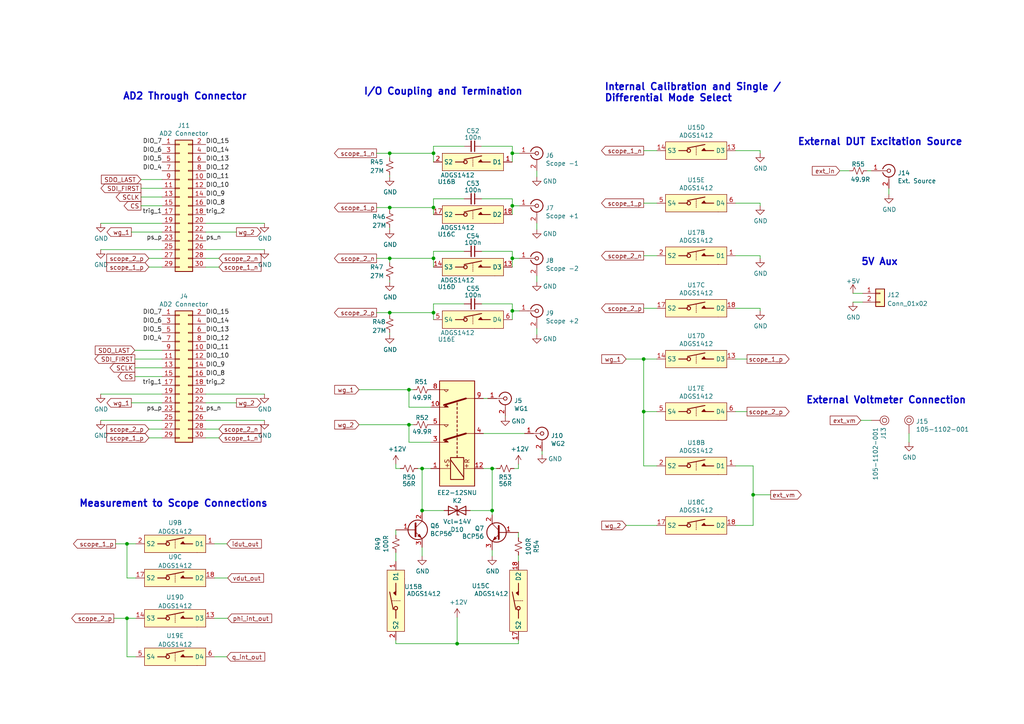
<source format=kicad_sch>
(kicad_sch (version 20211123) (generator eeschema)
  (paper "A4")
  (lib_symbols
    (symbol "ADGS1412-MAGI_Symbols_1"
      (property "Reference" "U" (at -8.89 3.81 0))
      (property "Value" "ADGS1412-MAGI_Symbols_1" (at 7.62 3.81 0))
      (symbol "ADGS1412-MAGI_Symbols_1_1_0"
        (text "SHIFT REGISTER" (at 0 -6.35 0) (effects (font (size 1.27 1.27))))
      )
      (symbol "ADGS1412-MAGI_Symbols_1_1_1"
        (pin power_in line (at 0 -22.86 90) (length 2.54) hide (name "GND") (number "11"))
        (pin power_in line (at 0 5.08 270) (length 2.54) (name "VDD") (number "15"))
        (pin output line (at 15.24 -15.24 180) (length 2.54) (name "SDO") (number "20"))
        (pin input line (at -20.32 -12.7 0) (length 2.54) (name "~{CS}") (number "21"))
        (pin input line (at -20.32 -15.24 0) (length 2.54) (name "SCLK") (number "22"))
        (pin input line (at 15.24 -12.7 180) (length 2.54) (name "SDI") (number "23"))
        (pin power_in line (at -3.81 -22.86 90) (length 2.54) hide (name "VSS_PAD") (number "25"))
        (pin power_in line (at -3.81 -22.86 90) (length 2.54) (name "VSS") (number "3"))
        (pin power_in line (at 0 -22.86 90) (length 2.54) (name "GND") (number "4"))
        (pin power_in line (at -2.54 5.08 270) (length 2.54) (name "~{RST}") (number "9"))
      )
      (symbol "ADGS1412-MAGI_Symbols_1_2_1"
        (pin passive line (at 11.43 0 180) (length 2.54) (name "D1") (number "1"))
        (pin passive line (at -11.43 0 0) (length 2.54) (name "S2") (number "2"))
      )
      (symbol "ADGS1412-MAGI_Symbols_1_3_1"
        (pin passive line (at -11.43 0 0) (length 2.54) (name "S2") (number "17"))
        (pin passive line (at 11.43 0 180) (length 2.54) (name "D2") (number "18"))
      )
      (symbol "ADGS1412-MAGI_Symbols_1_4_1"
        (pin passive line (at 11.43 0 180) (length 2.54) (name "D3") (number "13"))
        (pin passive line (at -11.43 0 0) (length 2.54) (name "S3") (number "14"))
      )
      (symbol "ADGS1412-MAGI_Symbols_1_5_1"
        (pin passive line (at -11.43 0 0) (length 2.54) (name "S4") (number "5"))
        (pin passive line (at 11.43 0 180) (length 2.54) (name "D4") (number "6"))
      )
    )
    (symbol "ADGS1412-MAGI_Symbols_10"
      (property "Reference" "U" (at -8.89 3.81 0))
      (property "Value" "ADGS1412-MAGI_Symbols_10" (at 7.62 3.81 0))
      (symbol "ADGS1412-MAGI_Symbols_10_1_0"
        (text "SHIFT REGISTER" (at 0 -6.35 0) (effects (font (size 1.27 1.27))))
      )
      (symbol "ADGS1412-MAGI_Symbols_10_1_1"
        (pin power_in line (at 0 -22.86 90) (length 2.54) hide (name "GND") (number "11"))
        (pin power_in line (at 0 5.08 270) (length 2.54) (name "VDD") (number "15"))
        (pin output line (at 15.24 -15.24 180) (length 2.54) (name "SDO") (number "20"))
        (pin input line (at -20.32 -12.7 0) (length 2.54) (name "~{CS}") (number "21"))
        (pin input line (at -20.32 -15.24 0) (length 2.54) (name "SCLK") (number "22"))
        (pin input line (at 15.24 -12.7 180) (length 2.54) (name "SDI") (number "23"))
        (pin power_in line (at -3.81 -22.86 90) (length 2.54) hide (name "VSS_PAD") (number "25"))
        (pin power_in line (at -3.81 -22.86 90) (length 2.54) (name "VSS") (number "3"))
        (pin power_in line (at 0 -22.86 90) (length 2.54) (name "GND") (number "4"))
        (pin power_in line (at -2.54 5.08 270) (length 2.54) (name "~{RST}") (number "9"))
      )
      (symbol "ADGS1412-MAGI_Symbols_10_2_1"
        (pin passive line (at 11.43 0 180) (length 2.54) (name "D1") (number "1"))
        (pin passive line (at -11.43 0 0) (length 2.54) (name "S2") (number "2"))
      )
      (symbol "ADGS1412-MAGI_Symbols_10_3_1"
        (pin passive line (at -11.43 0 0) (length 2.54) (name "S2") (number "17"))
        (pin passive line (at 11.43 0 180) (length 2.54) (name "D2") (number "18"))
      )
      (symbol "ADGS1412-MAGI_Symbols_10_4_1"
        (pin passive line (at 11.43 0 180) (length 2.54) (name "D3") (number "13"))
        (pin passive line (at -11.43 0 0) (length 2.54) (name "S3") (number "14"))
      )
      (symbol "ADGS1412-MAGI_Symbols_10_5_1"
        (pin passive line (at -11.43 0 0) (length 2.54) (name "S4") (number "5"))
        (pin passive line (at 11.43 0 180) (length 2.54) (name "D4") (number "6"))
      )
    )
    (symbol "ADGS1412-MAGI_Symbols_11"
      (property "Reference" "U" (at -8.89 3.81 0))
      (property "Value" "ADGS1412-MAGI_Symbols_11" (at 7.62 3.81 0))
      (symbol "ADGS1412-MAGI_Symbols_11_1_0"
        (text "SHIFT REGISTER" (at 0 -6.35 0) (effects (font (size 1.27 1.27))))
      )
      (symbol "ADGS1412-MAGI_Symbols_11_1_1"
        (pin power_in line (at 0 -22.86 90) (length 2.54) hide (name "GND") (number "11"))
        (pin power_in line (at 0 5.08 270) (length 2.54) (name "VDD") (number "15"))
        (pin output line (at 15.24 -15.24 180) (length 2.54) (name "SDO") (number "20"))
        (pin input line (at -20.32 -12.7 0) (length 2.54) (name "~{CS}") (number "21"))
        (pin input line (at -20.32 -15.24 0) (length 2.54) (name "SCLK") (number "22"))
        (pin input line (at 15.24 -12.7 180) (length 2.54) (name "SDI") (number "23"))
        (pin power_in line (at -3.81 -22.86 90) (length 2.54) hide (name "VSS_PAD") (number "25"))
        (pin power_in line (at -3.81 -22.86 90) (length 2.54) (name "VSS") (number "3"))
        (pin power_in line (at 0 -22.86 90) (length 2.54) (name "GND") (number "4"))
        (pin power_in line (at -2.54 5.08 270) (length 2.54) (name "~{RST}") (number "9"))
      )
      (symbol "ADGS1412-MAGI_Symbols_11_2_1"
        (pin passive line (at 11.43 0 180) (length 2.54) (name "D1") (number "1"))
        (pin passive line (at -11.43 0 0) (length 2.54) (name "S2") (number "2"))
      )
      (symbol "ADGS1412-MAGI_Symbols_11_3_1"
        (pin passive line (at -11.43 0 0) (length 2.54) (name "S2") (number "17"))
        (pin passive line (at 11.43 0 180) (length 2.54) (name "D2") (number "18"))
      )
      (symbol "ADGS1412-MAGI_Symbols_11_4_1"
        (pin passive line (at 11.43 0 180) (length 2.54) (name "D3") (number "13"))
        (pin passive line (at -11.43 0 0) (length 2.54) (name "S3") (number "14"))
      )
      (symbol "ADGS1412-MAGI_Symbols_11_5_1"
        (pin passive line (at -11.43 0 0) (length 2.54) (name "S4") (number "5"))
        (pin passive line (at 11.43 0 180) (length 2.54) (name "D4") (number "6"))
      )
    )
    (symbol "ADGS1412-MAGI_Symbols_12"
      (property "Reference" "U" (at -8.89 3.81 0))
      (property "Value" "ADGS1412-MAGI_Symbols_12" (at 7.62 3.81 0))
      (symbol "ADGS1412-MAGI_Symbols_12_1_0"
        (text "SHIFT REGISTER" (at 0 -6.35 0) (effects (font (size 1.27 1.27))))
      )
      (symbol "ADGS1412-MAGI_Symbols_12_1_1"
        (pin power_in line (at 0 -22.86 90) (length 2.54) hide (name "GND") (number "11"))
        (pin power_in line (at 0 5.08 270) (length 2.54) (name "VDD") (number "15"))
        (pin output line (at 15.24 -15.24 180) (length 2.54) (name "SDO") (number "20"))
        (pin input line (at -20.32 -12.7 0) (length 2.54) (name "~{CS}") (number "21"))
        (pin input line (at -20.32 -15.24 0) (length 2.54) (name "SCLK") (number "22"))
        (pin input line (at 15.24 -12.7 180) (length 2.54) (name "SDI") (number "23"))
        (pin power_in line (at -3.81 -22.86 90) (length 2.54) hide (name "VSS_PAD") (number "25"))
        (pin power_in line (at -3.81 -22.86 90) (length 2.54) (name "VSS") (number "3"))
        (pin power_in line (at 0 -22.86 90) (length 2.54) (name "GND") (number "4"))
        (pin power_in line (at -2.54 5.08 270) (length 2.54) (name "~{RST}") (number "9"))
      )
      (symbol "ADGS1412-MAGI_Symbols_12_2_1"
        (pin passive line (at 11.43 0 180) (length 2.54) (name "D1") (number "1"))
        (pin passive line (at -11.43 0 0) (length 2.54) (name "S2") (number "2"))
      )
      (symbol "ADGS1412-MAGI_Symbols_12_3_1"
        (pin passive line (at -11.43 0 0) (length 2.54) (name "S2") (number "17"))
        (pin passive line (at 11.43 0 180) (length 2.54) (name "D2") (number "18"))
      )
      (symbol "ADGS1412-MAGI_Symbols_12_4_1"
        (pin passive line (at 11.43 0 180) (length 2.54) (name "D3") (number "13"))
        (pin passive line (at -11.43 0 0) (length 2.54) (name "S3") (number "14"))
      )
      (symbol "ADGS1412-MAGI_Symbols_12_5_1"
        (pin passive line (at -11.43 0 0) (length 2.54) (name "S4") (number "5"))
        (pin passive line (at 11.43 0 180) (length 2.54) (name "D4") (number "6"))
      )
    )
    (symbol "ADGS1412-MAGI_Symbols_13"
      (property "Reference" "U" (at -8.89 3.81 0))
      (property "Value" "ADGS1412-MAGI_Symbols_13" (at 7.62 3.81 0))
      (symbol "ADGS1412-MAGI_Symbols_13_1_0"
        (text "SHIFT REGISTER" (at 0 -6.35 0) (effects (font (size 1.27 1.27))))
      )
      (symbol "ADGS1412-MAGI_Symbols_13_1_1"
        (pin power_in line (at 0 -22.86 90) (length 2.54) hide (name "GND") (number "11"))
        (pin power_in line (at 0 5.08 270) (length 2.54) (name "VDD") (number "15"))
        (pin output line (at 15.24 -15.24 180) (length 2.54) (name "SDO") (number "20"))
        (pin input line (at -20.32 -12.7 0) (length 2.54) (name "~{CS}") (number "21"))
        (pin input line (at -20.32 -15.24 0) (length 2.54) (name "SCLK") (number "22"))
        (pin input line (at 15.24 -12.7 180) (length 2.54) (name "SDI") (number "23"))
        (pin power_in line (at -3.81 -22.86 90) (length 2.54) hide (name "VSS_PAD") (number "25"))
        (pin power_in line (at -3.81 -22.86 90) (length 2.54) (name "VSS") (number "3"))
        (pin power_in line (at 0 -22.86 90) (length 2.54) (name "GND") (number "4"))
        (pin power_in line (at -2.54 5.08 270) (length 2.54) (name "~{RST}") (number "9"))
      )
      (symbol "ADGS1412-MAGI_Symbols_13_2_1"
        (pin passive line (at 11.43 0 180) (length 2.54) (name "D1") (number "1"))
        (pin passive line (at -11.43 0 0) (length 2.54) (name "S2") (number "2"))
      )
      (symbol "ADGS1412-MAGI_Symbols_13_3_1"
        (pin passive line (at -11.43 0 0) (length 2.54) (name "S2") (number "17"))
        (pin passive line (at 11.43 0 180) (length 2.54) (name "D2") (number "18"))
      )
      (symbol "ADGS1412-MAGI_Symbols_13_4_1"
        (pin passive line (at 11.43 0 180) (length 2.54) (name "D3") (number "13"))
        (pin passive line (at -11.43 0 0) (length 2.54) (name "S3") (number "14"))
      )
      (symbol "ADGS1412-MAGI_Symbols_13_5_1"
        (pin passive line (at -11.43 0 0) (length 2.54) (name "S4") (number "5"))
        (pin passive line (at 11.43 0 180) (length 2.54) (name "D4") (number "6"))
      )
    )
    (symbol "ADGS1412-MAGI_Symbols_14"
      (property "Reference" "U" (at -8.89 3.81 0))
      (property "Value" "ADGS1412-MAGI_Symbols_14" (at 7.62 3.81 0))
      (symbol "ADGS1412-MAGI_Symbols_14_1_0"
        (text "SHIFT REGISTER" (at 0 -6.35 0) (effects (font (size 1.27 1.27))))
      )
      (symbol "ADGS1412-MAGI_Symbols_14_1_1"
        (pin power_in line (at 0 -22.86 90) (length 2.54) hide (name "GND") (number "11"))
        (pin power_in line (at 0 5.08 270) (length 2.54) (name "VDD") (number "15"))
        (pin output line (at 15.24 -15.24 180) (length 2.54) (name "SDO") (number "20"))
        (pin input line (at -20.32 -12.7 0) (length 2.54) (name "~{CS}") (number "21"))
        (pin input line (at -20.32 -15.24 0) (length 2.54) (name "SCLK") (number "22"))
        (pin input line (at 15.24 -12.7 180) (length 2.54) (name "SDI") (number "23"))
        (pin power_in line (at -3.81 -22.86 90) (length 2.54) hide (name "VSS_PAD") (number "25"))
        (pin power_in line (at -3.81 -22.86 90) (length 2.54) (name "VSS") (number "3"))
        (pin power_in line (at 0 -22.86 90) (length 2.54) (name "GND") (number "4"))
        (pin power_in line (at -2.54 5.08 270) (length 2.54) (name "~{RST}") (number "9"))
      )
      (symbol "ADGS1412-MAGI_Symbols_14_2_1"
        (pin passive line (at 11.43 0 180) (length 2.54) (name "D1") (number "1"))
        (pin passive line (at -11.43 0 0) (length 2.54) (name "S2") (number "2"))
      )
      (symbol "ADGS1412-MAGI_Symbols_14_3_1"
        (pin passive line (at -11.43 0 0) (length 2.54) (name "S2") (number "17"))
        (pin passive line (at 11.43 0 180) (length 2.54) (name "D2") (number "18"))
      )
      (symbol "ADGS1412-MAGI_Symbols_14_4_1"
        (pin passive line (at 11.43 0 180) (length 2.54) (name "D3") (number "13"))
        (pin passive line (at -11.43 0 0) (length 2.54) (name "S3") (number "14"))
      )
      (symbol "ADGS1412-MAGI_Symbols_14_5_1"
        (pin passive line (at -11.43 0 0) (length 2.54) (name "S4") (number "5"))
        (pin passive line (at 11.43 0 180) (length 2.54) (name "D4") (number "6"))
      )
    )
    (symbol "ADGS1412-MAGI_Symbols_15"
      (property "Reference" "U" (at -8.89 3.81 0))
      (property "Value" "ADGS1412-MAGI_Symbols_15" (at 7.62 3.81 0))
      (symbol "ADGS1412-MAGI_Symbols_15_1_0"
        (text "SHIFT REGISTER" (at 0 -6.35 0) (effects (font (size 1.27 1.27))))
      )
      (symbol "ADGS1412-MAGI_Symbols_15_1_1"
        (pin power_in line (at 0 -22.86 90) (length 2.54) hide (name "GND") (number "11"))
        (pin power_in line (at 0 5.08 270) (length 2.54) (name "VDD") (number "15"))
        (pin output line (at 15.24 -15.24 180) (length 2.54) (name "SDO") (number "20"))
        (pin input line (at -20.32 -12.7 0) (length 2.54) (name "~{CS}") (number "21"))
        (pin input line (at -20.32 -15.24 0) (length 2.54) (name "SCLK") (number "22"))
        (pin input line (at 15.24 -12.7 180) (length 2.54) (name "SDI") (number "23"))
        (pin power_in line (at -3.81 -22.86 90) (length 2.54) hide (name "VSS_PAD") (number "25"))
        (pin power_in line (at -3.81 -22.86 90) (length 2.54) (name "VSS") (number "3"))
        (pin power_in line (at 0 -22.86 90) (length 2.54) (name "GND") (number "4"))
        (pin power_in line (at -2.54 5.08 270) (length 2.54) (name "~{RST}") (number "9"))
      )
      (symbol "ADGS1412-MAGI_Symbols_15_2_1"
        (pin passive line (at 11.43 0 180) (length 2.54) (name "D1") (number "1"))
        (pin passive line (at -11.43 0 0) (length 2.54) (name "S2") (number "2"))
      )
      (symbol "ADGS1412-MAGI_Symbols_15_3_1"
        (pin passive line (at -11.43 0 0) (length 2.54) (name "S2") (number "17"))
        (pin passive line (at 11.43 0 180) (length 2.54) (name "D2") (number "18"))
      )
      (symbol "ADGS1412-MAGI_Symbols_15_4_1"
        (pin passive line (at 11.43 0 180) (length 2.54) (name "D3") (number "13"))
        (pin passive line (at -11.43 0 0) (length 2.54) (name "S3") (number "14"))
      )
      (symbol "ADGS1412-MAGI_Symbols_15_5_1"
        (pin passive line (at -11.43 0 0) (length 2.54) (name "S4") (number "5"))
        (pin passive line (at 11.43 0 180) (length 2.54) (name "D4") (number "6"))
      )
    )
    (symbol "ADGS1412-MAGI_Symbols_16"
      (property "Reference" "U" (at -8.89 3.81 0))
      (property "Value" "ADGS1412-MAGI_Symbols_16" (at 7.62 3.81 0))
      (symbol "ADGS1412-MAGI_Symbols_16_1_0"
        (text "SHIFT REGISTER" (at 0 -6.35 0) (effects (font (size 1.27 1.27))))
      )
      (symbol "ADGS1412-MAGI_Symbols_16_1_1"
        (pin power_in line (at 0 -22.86 90) (length 2.54) hide (name "GND") (number "11"))
        (pin power_in line (at 0 5.08 270) (length 2.54) (name "VDD") (number "15"))
        (pin output line (at 15.24 -15.24 180) (length 2.54) (name "SDO") (number "20"))
        (pin input line (at -20.32 -12.7 0) (length 2.54) (name "~{CS}") (number "21"))
        (pin input line (at -20.32 -15.24 0) (length 2.54) (name "SCLK") (number "22"))
        (pin input line (at 15.24 -12.7 180) (length 2.54) (name "SDI") (number "23"))
        (pin power_in line (at -3.81 -22.86 90) (length 2.54) hide (name "VSS_PAD") (number "25"))
        (pin power_in line (at -3.81 -22.86 90) (length 2.54) (name "VSS") (number "3"))
        (pin power_in line (at 0 -22.86 90) (length 2.54) (name "GND") (number "4"))
        (pin power_in line (at -2.54 5.08 270) (length 2.54) (name "~{RST}") (number "9"))
      )
      (symbol "ADGS1412-MAGI_Symbols_16_2_1"
        (pin passive line (at 11.43 0 180) (length 2.54) (name "D1") (number "1"))
        (pin passive line (at -11.43 0 0) (length 2.54) (name "S2") (number "2"))
      )
      (symbol "ADGS1412-MAGI_Symbols_16_3_1"
        (pin passive line (at -11.43 0 0) (length 2.54) (name "S2") (number "17"))
        (pin passive line (at 11.43 0 180) (length 2.54) (name "D2") (number "18"))
      )
      (symbol "ADGS1412-MAGI_Symbols_16_4_1"
        (pin passive line (at 11.43 0 180) (length 2.54) (name "D3") (number "13"))
        (pin passive line (at -11.43 0 0) (length 2.54) (name "S3") (number "14"))
      )
      (symbol "ADGS1412-MAGI_Symbols_16_5_1"
        (pin passive line (at -11.43 0 0) (length 2.54) (name "S4") (number "5"))
        (pin passive line (at 11.43 0 180) (length 2.54) (name "D4") (number "6"))
      )
    )
    (symbol "ADGS1412-MAGI_Symbols_17"
      (property "Reference" "U" (at -8.89 3.81 0))
      (property "Value" "ADGS1412-MAGI_Symbols_17" (at 7.62 3.81 0))
      (symbol "ADGS1412-MAGI_Symbols_17_1_0"
        (text "SHIFT REGISTER" (at 0 -6.35 0) (effects (font (size 1.27 1.27))))
      )
      (symbol "ADGS1412-MAGI_Symbols_17_1_1"
        (pin power_in line (at 0 -22.86 90) (length 2.54) hide (name "GND") (number "11"))
        (pin power_in line (at 0 5.08 270) (length 2.54) (name "VDD") (number "15"))
        (pin output line (at 15.24 -15.24 180) (length 2.54) (name "SDO") (number "20"))
        (pin input line (at -20.32 -12.7 0) (length 2.54) (name "~{CS}") (number "21"))
        (pin input line (at -20.32 -15.24 0) (length 2.54) (name "SCLK") (number "22"))
        (pin input line (at 15.24 -12.7 180) (length 2.54) (name "SDI") (number "23"))
        (pin power_in line (at -3.81 -22.86 90) (length 2.54) hide (name "VSS_PAD") (number "25"))
        (pin power_in line (at -3.81 -22.86 90) (length 2.54) (name "VSS") (number "3"))
        (pin power_in line (at 0 -22.86 90) (length 2.54) (name "GND") (number "4"))
        (pin power_in line (at -2.54 5.08 270) (length 2.54) (name "~{RST}") (number "9"))
      )
      (symbol "ADGS1412-MAGI_Symbols_17_2_1"
        (pin passive line (at 11.43 0 180) (length 2.54) (name "D1") (number "1"))
        (pin passive line (at -11.43 0 0) (length 2.54) (name "S2") (number "2"))
      )
      (symbol "ADGS1412-MAGI_Symbols_17_3_1"
        (pin passive line (at -11.43 0 0) (length 2.54) (name "S2") (number "17"))
        (pin passive line (at 11.43 0 180) (length 2.54) (name "D2") (number "18"))
      )
      (symbol "ADGS1412-MAGI_Symbols_17_4_1"
        (pin passive line (at 11.43 0 180) (length 2.54) (name "D3") (number "13"))
        (pin passive line (at -11.43 0 0) (length 2.54) (name "S3") (number "14"))
      )
      (symbol "ADGS1412-MAGI_Symbols_17_5_1"
        (pin passive line (at -11.43 0 0) (length 2.54) (name "S4") (number "5"))
        (pin passive line (at 11.43 0 180) (length 2.54) (name "D4") (number "6"))
      )
    )
    (symbol "ADGS1412-MAGI_Symbols_2"
      (property "Reference" "U" (at -8.89 3.81 0))
      (property "Value" "ADGS1412-MAGI_Symbols_2" (at 7.62 3.81 0))
      (symbol "ADGS1412-MAGI_Symbols_2_1_0"
        (text "SHIFT REGISTER" (at 0 -6.35 0) (effects (font (size 1.27 1.27))))
      )
      (symbol "ADGS1412-MAGI_Symbols_2_1_1"
        (pin power_in line (at 0 -22.86 90) (length 2.54) hide (name "GND") (number "11"))
        (pin power_in line (at 0 5.08 270) (length 2.54) (name "VDD") (number "15"))
        (pin output line (at 15.24 -15.24 180) (length 2.54) (name "SDO") (number "20"))
        (pin input line (at -20.32 -12.7 0) (length 2.54) (name "~{CS}") (number "21"))
        (pin input line (at -20.32 -15.24 0) (length 2.54) (name "SCLK") (number "22"))
        (pin input line (at 15.24 -12.7 180) (length 2.54) (name "SDI") (number "23"))
        (pin power_in line (at -3.81 -22.86 90) (length 2.54) hide (name "VSS_PAD") (number "25"))
        (pin power_in line (at -3.81 -22.86 90) (length 2.54) (name "VSS") (number "3"))
        (pin power_in line (at 0 -22.86 90) (length 2.54) (name "GND") (number "4"))
        (pin power_in line (at -2.54 5.08 270) (length 2.54) (name "~{RST}") (number "9"))
      )
      (symbol "ADGS1412-MAGI_Symbols_2_2_1"
        (pin passive line (at 11.43 0 180) (length 2.54) (name "D1") (number "1"))
        (pin passive line (at -11.43 0 0) (length 2.54) (name "S2") (number "2"))
      )
      (symbol "ADGS1412-MAGI_Symbols_2_3_1"
        (pin passive line (at -11.43 0 0) (length 2.54) (name "S2") (number "17"))
        (pin passive line (at 11.43 0 180) (length 2.54) (name "D2") (number "18"))
      )
      (symbol "ADGS1412-MAGI_Symbols_2_4_1"
        (pin passive line (at 11.43 0 180) (length 2.54) (name "D3") (number "13"))
        (pin passive line (at -11.43 0 0) (length 2.54) (name "S3") (number "14"))
      )
      (symbol "ADGS1412-MAGI_Symbols_2_5_1"
        (pin passive line (at -11.43 0 0) (length 2.54) (name "S4") (number "5"))
        (pin passive line (at 11.43 0 180) (length 2.54) (name "D4") (number "6"))
      )
    )
    (symbol "ADGS1412-MAGI_Symbols_3"
      (property "Reference" "U" (at -8.89 3.81 0))
      (property "Value" "ADGS1412-MAGI_Symbols_3" (at 7.62 3.81 0))
      (symbol "ADGS1412-MAGI_Symbols_3_1_0"
        (text "SHIFT REGISTER" (at 0 -6.35 0) (effects (font (size 1.27 1.27))))
      )
      (symbol "ADGS1412-MAGI_Symbols_3_1_1"
        (pin power_in line (at 0 -22.86 90) (length 2.54) hide (name "GND") (number "11"))
        (pin power_in line (at 0 5.08 270) (length 2.54) (name "VDD") (number "15"))
        (pin output line (at 15.24 -15.24 180) (length 2.54) (name "SDO") (number "20"))
        (pin input line (at -20.32 -12.7 0) (length 2.54) (name "~{CS}") (number "21"))
        (pin input line (at -20.32 -15.24 0) (length 2.54) (name "SCLK") (number "22"))
        (pin input line (at 15.24 -12.7 180) (length 2.54) (name "SDI") (number "23"))
        (pin power_in line (at -3.81 -22.86 90) (length 2.54) hide (name "VSS_PAD") (number "25"))
        (pin power_in line (at -3.81 -22.86 90) (length 2.54) (name "VSS") (number "3"))
        (pin power_in line (at 0 -22.86 90) (length 2.54) (name "GND") (number "4"))
        (pin power_in line (at -2.54 5.08 270) (length 2.54) (name "~{RST}") (number "9"))
      )
      (symbol "ADGS1412-MAGI_Symbols_3_2_1"
        (pin passive line (at 11.43 0 180) (length 2.54) (name "D1") (number "1"))
        (pin passive line (at -11.43 0 0) (length 2.54) (name "S2") (number "2"))
      )
      (symbol "ADGS1412-MAGI_Symbols_3_3_1"
        (pin passive line (at -11.43 0 0) (length 2.54) (name "S2") (number "17"))
        (pin passive line (at 11.43 0 180) (length 2.54) (name "D2") (number "18"))
      )
      (symbol "ADGS1412-MAGI_Symbols_3_4_1"
        (pin passive line (at 11.43 0 180) (length 2.54) (name "D3") (number "13"))
        (pin passive line (at -11.43 0 0) (length 2.54) (name "S3") (number "14"))
      )
      (symbol "ADGS1412-MAGI_Symbols_3_5_1"
        (pin passive line (at -11.43 0 0) (length 2.54) (name "S4") (number "5"))
        (pin passive line (at 11.43 0 180) (length 2.54) (name "D4") (number "6"))
      )
    )
    (symbol "ADGS1412-MAGI_Symbols_4"
      (property "Reference" "U" (at -8.89 3.81 0))
      (property "Value" "ADGS1412-MAGI_Symbols_4" (at 7.62 3.81 0))
      (symbol "ADGS1412-MAGI_Symbols_4_1_0"
        (text "SHIFT REGISTER" (at 0 -6.35 0) (effects (font (size 1.27 1.27))))
      )
      (symbol "ADGS1412-MAGI_Symbols_4_1_1"
        (pin power_in line (at 0 -22.86 90) (length 2.54) hide (name "GND") (number "11"))
        (pin power_in line (at 0 5.08 270) (length 2.54) (name "VDD") (number "15"))
        (pin output line (at 15.24 -15.24 180) (length 2.54) (name "SDO") (number "20"))
        (pin input line (at -20.32 -12.7 0) (length 2.54) (name "~{CS}") (number "21"))
        (pin input line (at -20.32 -15.24 0) (length 2.54) (name "SCLK") (number "22"))
        (pin input line (at 15.24 -12.7 180) (length 2.54) (name "SDI") (number "23"))
        (pin power_in line (at -3.81 -22.86 90) (length 2.54) hide (name "VSS_PAD") (number "25"))
        (pin power_in line (at -3.81 -22.86 90) (length 2.54) (name "VSS") (number "3"))
        (pin power_in line (at 0 -22.86 90) (length 2.54) (name "GND") (number "4"))
        (pin power_in line (at -2.54 5.08 270) (length 2.54) (name "~{RST}") (number "9"))
      )
      (symbol "ADGS1412-MAGI_Symbols_4_2_1"
        (pin passive line (at 11.43 0 180) (length 2.54) (name "D1") (number "1"))
        (pin passive line (at -11.43 0 0) (length 2.54) (name "S2") (number "2"))
      )
      (symbol "ADGS1412-MAGI_Symbols_4_3_1"
        (pin passive line (at -11.43 0 0) (length 2.54) (name "S2") (number "17"))
        (pin passive line (at 11.43 0 180) (length 2.54) (name "D2") (number "18"))
      )
      (symbol "ADGS1412-MAGI_Symbols_4_4_1"
        (pin passive line (at 11.43 0 180) (length 2.54) (name "D3") (number "13"))
        (pin passive line (at -11.43 0 0) (length 2.54) (name "S3") (number "14"))
      )
      (symbol "ADGS1412-MAGI_Symbols_4_5_1"
        (pin passive line (at -11.43 0 0) (length 2.54) (name "S4") (number "5"))
        (pin passive line (at 11.43 0 180) (length 2.54) (name "D4") (number "6"))
      )
    )
    (symbol "ADGS1412-MAGI_Symbols_5"
      (property "Reference" "U" (at -8.89 3.81 0))
      (property "Value" "ADGS1412-MAGI_Symbols_5" (at 7.62 3.81 0))
      (symbol "ADGS1412-MAGI_Symbols_5_1_0"
        (text "SHIFT REGISTER" (at 0 -6.35 0) (effects (font (size 1.27 1.27))))
      )
      (symbol "ADGS1412-MAGI_Symbols_5_1_1"
        (pin power_in line (at 0 -22.86 90) (length 2.54) hide (name "GND") (number "11"))
        (pin power_in line (at 0 5.08 270) (length 2.54) (name "VDD") (number "15"))
        (pin output line (at 15.24 -15.24 180) (length 2.54) (name "SDO") (number "20"))
        (pin input line (at -20.32 -12.7 0) (length 2.54) (name "~{CS}") (number "21"))
        (pin input line (at -20.32 -15.24 0) (length 2.54) (name "SCLK") (number "22"))
        (pin input line (at 15.24 -12.7 180) (length 2.54) (name "SDI") (number "23"))
        (pin power_in line (at -3.81 -22.86 90) (length 2.54) hide (name "VSS_PAD") (number "25"))
        (pin power_in line (at -3.81 -22.86 90) (length 2.54) (name "VSS") (number "3"))
        (pin power_in line (at 0 -22.86 90) (length 2.54) (name "GND") (number "4"))
        (pin power_in line (at -2.54 5.08 270) (length 2.54) (name "~{RST}") (number "9"))
      )
      (symbol "ADGS1412-MAGI_Symbols_5_2_1"
        (pin passive line (at 11.43 0 180) (length 2.54) (name "D1") (number "1"))
        (pin passive line (at -11.43 0 0) (length 2.54) (name "S2") (number "2"))
      )
      (symbol "ADGS1412-MAGI_Symbols_5_3_1"
        (pin passive line (at -11.43 0 0) (length 2.54) (name "S2") (number "17"))
        (pin passive line (at 11.43 0 180) (length 2.54) (name "D2") (number "18"))
      )
      (symbol "ADGS1412-MAGI_Symbols_5_4_1"
        (pin passive line (at 11.43 0 180) (length 2.54) (name "D3") (number "13"))
        (pin passive line (at -11.43 0 0) (length 2.54) (name "S3") (number "14"))
      )
      (symbol "ADGS1412-MAGI_Symbols_5_5_1"
        (pin passive line (at -11.43 0 0) (length 2.54) (name "S4") (number "5"))
        (pin passive line (at 11.43 0 180) (length 2.54) (name "D4") (number "6"))
      )
    )
    (symbol "ADGS1412-MAGI_Symbols_6"
      (property "Reference" "U" (at -8.89 3.81 0))
      (property "Value" "ADGS1412-MAGI_Symbols_6" (at 7.62 3.81 0))
      (symbol "ADGS1412-MAGI_Symbols_6_1_0"
        (text "SHIFT REGISTER" (at 0 -6.35 0) (effects (font (size 1.27 1.27))))
      )
      (symbol "ADGS1412-MAGI_Symbols_6_1_1"
        (pin power_in line (at 0 -22.86 90) (length 2.54) hide (name "GND") (number "11"))
        (pin power_in line (at 0 5.08 270) (length 2.54) (name "VDD") (number "15"))
        (pin output line (at 15.24 -15.24 180) (length 2.54) (name "SDO") (number "20"))
        (pin input line (at -20.32 -12.7 0) (length 2.54) (name "~{CS}") (number "21"))
        (pin input line (at -20.32 -15.24 0) (length 2.54) (name "SCLK") (number "22"))
        (pin input line (at 15.24 -12.7 180) (length 2.54) (name "SDI") (number "23"))
        (pin power_in line (at -3.81 -22.86 90) (length 2.54) hide (name "VSS_PAD") (number "25"))
        (pin power_in line (at -3.81 -22.86 90) (length 2.54) (name "VSS") (number "3"))
        (pin power_in line (at 0 -22.86 90) (length 2.54) (name "GND") (number "4"))
        (pin power_in line (at -2.54 5.08 270) (length 2.54) (name "~{RST}") (number "9"))
      )
      (symbol "ADGS1412-MAGI_Symbols_6_2_1"
        (pin passive line (at 11.43 0 180) (length 2.54) (name "D1") (number "1"))
        (pin passive line (at -11.43 0 0) (length 2.54) (name "S2") (number "2"))
      )
      (symbol "ADGS1412-MAGI_Symbols_6_3_1"
        (pin passive line (at -11.43 0 0) (length 2.54) (name "S2") (number "17"))
        (pin passive line (at 11.43 0 180) (length 2.54) (name "D2") (number "18"))
      )
      (symbol "ADGS1412-MAGI_Symbols_6_4_1"
        (pin passive line (at 11.43 0 180) (length 2.54) (name "D3") (number "13"))
        (pin passive line (at -11.43 0 0) (length 2.54) (name "S3") (number "14"))
      )
      (symbol "ADGS1412-MAGI_Symbols_6_5_1"
        (pin passive line (at -11.43 0 0) (length 2.54) (name "S4") (number "5"))
        (pin passive line (at 11.43 0 180) (length 2.54) (name "D4") (number "6"))
      )
    )
    (symbol "ADGS1412-MAGI_Symbols_7"
      (property "Reference" "U" (at -8.89 3.81 0))
      (property "Value" "ADGS1412-MAGI_Symbols_7" (at 7.62 3.81 0))
      (symbol "ADGS1412-MAGI_Symbols_7_1_0"
        (text "SHIFT REGISTER" (at 0 -6.35 0) (effects (font (size 1.27 1.27))))
      )
      (symbol "ADGS1412-MAGI_Symbols_7_1_1"
        (pin power_in line (at 0 -22.86 90) (length 2.54) hide (name "GND") (number "11"))
        (pin power_in line (at 0 5.08 270) (length 2.54) (name "VDD") (number "15"))
        (pin output line (at 15.24 -15.24 180) (length 2.54) (name "SDO") (number "20"))
        (pin input line (at -20.32 -12.7 0) (length 2.54) (name "~{CS}") (number "21"))
        (pin input line (at -20.32 -15.24 0) (length 2.54) (name "SCLK") (number "22"))
        (pin input line (at 15.24 -12.7 180) (length 2.54) (name "SDI") (number "23"))
        (pin power_in line (at -3.81 -22.86 90) (length 2.54) hide (name "VSS_PAD") (number "25"))
        (pin power_in line (at -3.81 -22.86 90) (length 2.54) (name "VSS") (number "3"))
        (pin power_in line (at 0 -22.86 90) (length 2.54) (name "GND") (number "4"))
        (pin power_in line (at -2.54 5.08 270) (length 2.54) (name "~{RST}") (number "9"))
      )
      (symbol "ADGS1412-MAGI_Symbols_7_2_1"
        (pin passive line (at 11.43 0 180) (length 2.54) (name "D1") (number "1"))
        (pin passive line (at -11.43 0 0) (length 2.54) (name "S2") (number "2"))
      )
      (symbol "ADGS1412-MAGI_Symbols_7_3_1"
        (pin passive line (at -11.43 0 0) (length 2.54) (name "S2") (number "17"))
        (pin passive line (at 11.43 0 180) (length 2.54) (name "D2") (number "18"))
      )
      (symbol "ADGS1412-MAGI_Symbols_7_4_1"
        (pin passive line (at 11.43 0 180) (length 2.54) (name "D3") (number "13"))
        (pin passive line (at -11.43 0 0) (length 2.54) (name "S3") (number "14"))
      )
      (symbol "ADGS1412-MAGI_Symbols_7_5_1"
        (pin passive line (at -11.43 0 0) (length 2.54) (name "S4") (number "5"))
        (pin passive line (at 11.43 0 180) (length 2.54) (name "D4") (number "6"))
      )
    )
    (symbol "ADGS1412-MAGI_Symbols_8"
      (property "Reference" "U" (at -8.89 3.81 0))
      (property "Value" "ADGS1412-MAGI_Symbols_8" (at 7.62 3.81 0))
      (symbol "ADGS1412-MAGI_Symbols_8_1_0"
        (text "SHIFT REGISTER" (at 0 -6.35 0) (effects (font (size 1.27 1.27))))
      )
      (symbol "ADGS1412-MAGI_Symbols_8_1_1"
        (pin power_in line (at 0 -22.86 90) (length 2.54) hide (name "GND") (number "11"))
        (pin power_in line (at 0 5.08 270) (length 2.54) (name "VDD") (number "15"))
        (pin output line (at 15.24 -15.24 180) (length 2.54) (name "SDO") (number "20"))
        (pin input line (at -20.32 -12.7 0) (length 2.54) (name "~{CS}") (number "21"))
        (pin input line (at -20.32 -15.24 0) (length 2.54) (name "SCLK") (number "22"))
        (pin input line (at 15.24 -12.7 180) (length 2.54) (name "SDI") (number "23"))
        (pin power_in line (at -3.81 -22.86 90) (length 2.54) hide (name "VSS_PAD") (number "25"))
        (pin power_in line (at -3.81 -22.86 90) (length 2.54) (name "VSS") (number "3"))
        (pin power_in line (at 0 -22.86 90) (length 2.54) (name "GND") (number "4"))
        (pin power_in line (at -2.54 5.08 270) (length 2.54) (name "~{RST}") (number "9"))
      )
      (symbol "ADGS1412-MAGI_Symbols_8_2_1"
        (pin passive line (at 11.43 0 180) (length 2.54) (name "D1") (number "1"))
        (pin passive line (at -11.43 0 0) (length 2.54) (name "S2") (number "2"))
      )
      (symbol "ADGS1412-MAGI_Symbols_8_3_1"
        (pin passive line (at -11.43 0 0) (length 2.54) (name "S2") (number "17"))
        (pin passive line (at 11.43 0 180) (length 2.54) (name "D2") (number "18"))
      )
      (symbol "ADGS1412-MAGI_Symbols_8_4_1"
        (pin passive line (at 11.43 0 180) (length 2.54) (name "D3") (number "13"))
        (pin passive line (at -11.43 0 0) (length 2.54) (name "S3") (number "14"))
      )
      (symbol "ADGS1412-MAGI_Symbols_8_5_1"
        (pin passive line (at -11.43 0 0) (length 2.54) (name "S4") (number "5"))
        (pin passive line (at 11.43 0 180) (length 2.54) (name "D4") (number "6"))
      )
    )
    (symbol "ADGS1412-MAGI_Symbols_9"
      (property "Reference" "U" (at -8.89 3.81 0))
      (property "Value" "ADGS1412-MAGI_Symbols_9" (at 7.62 3.81 0))
      (symbol "ADGS1412-MAGI_Symbols_9_1_0"
        (text "SHIFT REGISTER" (at 0 -6.35 0) (effects (font (size 1.27 1.27))))
      )
      (symbol "ADGS1412-MAGI_Symbols_9_1_1"
        (pin power_in line (at 0 -22.86 90) (length 2.54) hide (name "GND") (number "11"))
        (pin power_in line (at 0 5.08 270) (length 2.54) (name "VDD") (number "15"))
        (pin output line (at 15.24 -15.24 180) (length 2.54) (name "SDO") (number "20"))
        (pin input line (at -20.32 -12.7 0) (length 2.54) (name "~{CS}") (number "21"))
        (pin input line (at -20.32 -15.24 0) (length 2.54) (name "SCLK") (number "22"))
        (pin input line (at 15.24 -12.7 180) (length 2.54) (name "SDI") (number "23"))
        (pin power_in line (at -3.81 -22.86 90) (length 2.54) hide (name "VSS_PAD") (number "25"))
        (pin power_in line (at -3.81 -22.86 90) (length 2.54) (name "VSS") (number "3"))
        (pin power_in line (at 0 -22.86 90) (length 2.54) (name "GND") (number "4"))
        (pin power_in line (at -2.54 5.08 270) (length 2.54) (name "~{RST}") (number "9"))
      )
      (symbol "ADGS1412-MAGI_Symbols_9_2_1"
        (pin passive line (at 11.43 0 180) (length 2.54) (name "D1") (number "1"))
        (pin passive line (at -11.43 0 0) (length 2.54) (name "S2") (number "2"))
      )
      (symbol "ADGS1412-MAGI_Symbols_9_3_1"
        (pin passive line (at -11.43 0 0) (length 2.54) (name "S2") (number "17"))
        (pin passive line (at 11.43 0 180) (length 2.54) (name "D2") (number "18"))
      )
      (symbol "ADGS1412-MAGI_Symbols_9_4_1"
        (pin passive line (at 11.43 0 180) (length 2.54) (name "D3") (number "13"))
        (pin passive line (at -11.43 0 0) (length 2.54) (name "S3") (number "14"))
      )
      (symbol "ADGS1412-MAGI_Symbols_9_5_1"
        (pin passive line (at -11.43 0 0) (length 2.54) (name "S4") (number "5"))
        (pin passive line (at 11.43 0 180) (length 2.54) (name "D4") (number "6"))
      )
    )
    (symbol "Connector:Conn_Coaxial" (pin_names (offset 1.016) hide)
      (property "Reference" "J" (at 0.254 3.048 0))
      (property "Value" "Conn_Coaxial" (at 2.921 0 90))
      (symbol "Conn_Coaxial_1_1"
        (pin passive line (at -5.08 0 0) (length 2.54) (name "In") (number "1"))
        (pin passive line (at 0 -5.08 90) (length 2.54) (name "Ext") (number "2"))
      )
    )
    (symbol "Connector_Generic:Conn_01x02" (pin_names (offset 1.016) hide)
      (property "Reference" "J" (at 0 2.54 0))
      (property "Value" "Conn_01x02" (at 0 -5.08 0))
      (symbol "Conn_01x02_1_1"
        (pin passive line (at -5.08 0 0) (length 3.81) (name "Pin_1") (number "1"))
        (pin passive line (at -5.08 -2.54 0) (length 3.81) (name "Pin_2") (number "2"))
      )
    )
    (symbol "Connector_Generic:Conn_02x15_Odd_Even" (pin_names (offset 1.016) hide)
      (property "Reference" "J" (at 1.27 20.32 0))
      (property "Value" "Conn_02x15_Odd_Even" (at 1.27 -20.32 0))
      (symbol "Conn_02x15_Odd_Even_1_1"
        (pin passive line (at -5.08 17.78 0) (length 3.81) (name "Pin_1") (number "1"))
        (pin passive line (at 7.62 7.62 180) (length 3.81) (name "Pin_10") (number "10"))
        (pin passive line (at -5.08 5.08 0) (length 3.81) (name "Pin_11") (number "11"))
        (pin passive line (at 7.62 5.08 180) (length 3.81) (name "Pin_12") (number "12"))
        (pin passive line (at -5.08 2.54 0) (length 3.81) (name "Pin_13") (number "13"))
        (pin passive line (at 7.62 2.54 180) (length 3.81) (name "Pin_14") (number "14"))
        (pin passive line (at -5.08 0 0) (length 3.81) (name "Pin_15") (number "15"))
        (pin passive line (at 7.62 0 180) (length 3.81) (name "Pin_16") (number "16"))
        (pin passive line (at -5.08 -2.54 0) (length 3.81) (name "Pin_17") (number "17"))
        (pin passive line (at 7.62 -2.54 180) (length 3.81) (name "Pin_18") (number "18"))
        (pin passive line (at -5.08 -5.08 0) (length 3.81) (name "Pin_19") (number "19"))
        (pin passive line (at 7.62 17.78 180) (length 3.81) (name "Pin_2") (number "2"))
        (pin passive line (at 7.62 -5.08 180) (length 3.81) (name "Pin_20") (number "20"))
        (pin passive line (at -5.08 -7.62 0) (length 3.81) (name "Pin_21") (number "21"))
        (pin passive line (at 7.62 -7.62 180) (length 3.81) (name "Pin_22") (number "22"))
        (pin passive line (at -5.08 -10.16 0) (length 3.81) (name "Pin_23") (number "23"))
        (pin passive line (at 7.62 -10.16 180) (length 3.81) (name "Pin_24") (number "24"))
        (pin passive line (at -5.08 -12.7 0) (length 3.81) (name "Pin_25") (number "25"))
        (pin passive line (at 7.62 -12.7 180) (length 3.81) (name "Pin_26") (number "26"))
        (pin passive line (at -5.08 -15.24 0) (length 3.81) (name "Pin_27") (number "27"))
        (pin passive line (at 7.62 -15.24 180) (length 3.81) (name "Pin_28") (number "28"))
        (pin passive line (at -5.08 -17.78 0) (length 3.81) (name "Pin_29") (number "29"))
        (pin passive line (at -5.08 15.24 0) (length 3.81) (name "Pin_3") (number "3"))
        (pin passive line (at 7.62 -17.78 180) (length 3.81) (name "Pin_30") (number "30"))
        (pin passive line (at 7.62 15.24 180) (length 3.81) (name "Pin_4") (number "4"))
        (pin passive line (at -5.08 12.7 0) (length 3.81) (name "Pin_5") (number "5"))
        (pin passive line (at 7.62 12.7 180) (length 3.81) (name "Pin_6") (number "6"))
        (pin passive line (at -5.08 10.16 0) (length 3.81) (name "Pin_7") (number "7"))
        (pin passive line (at 7.62 10.16 180) (length 3.81) (name "Pin_8") (number "8"))
        (pin passive line (at -5.08 7.62 0) (length 3.81) (name "Pin_9") (number "9"))
      )
    )
    (symbol "Device:C_Small" (pin_numbers hide) (pin_names (offset 0.254) hide)
      (property "Reference" "C" (at 0.254 1.778 0))
      (property "Value" "C_Small" (at 0.254 -2.032 0))
      (symbol "C_Small_1_1"
        (pin passive line (at 0 2.54 270) (length 2.032) (name "~") (number "1"))
        (pin passive line (at 0 -2.54 90) (length 2.032) (name "~") (number "2"))
      )
    )
    (symbol "Device:D_TVS" (pin_numbers hide) (pin_names (offset 1.016) hide)
      (property "Reference" "D" (at 0 2.54 0))
      (property "Value" "D_TVS" (at 0 -2.54 0))
      (symbol "D_TVS_1_1"
        (pin passive line (at -3.81 0 0) (length 2.54) (name "A1") (number "1"))
        (pin passive line (at 3.81 0 180) (length 2.54) (name "A2") (number "2"))
      )
    )
    (symbol "Device:R_Small_US" (pin_numbers hide) (pin_names (offset 0.254) hide)
      (property "Reference" "R" (at 0.762 0.508 0))
      (property "Value" "R_Small_US" (at 0.762 -1.016 0))
      (symbol "R_Small_US_1_1"
        (pin passive line (at 0 2.54 270) (length 1.016) (name "~") (number "1"))
        (pin passive line (at 0 -2.54 90) (length 1.016) (name "~") (number "2"))
      )
    )
    (symbol "Relay:EE2-12SNU"
      (property "Reference" "K" (at 15.24 8.89 0))
      (property "Value" "EE2-12SNU" (at 19.05 6.35 0))
      (symbol "EE2-12SNU_1_1"
        (text "+" (at -9.398 -2.667 0) (effects (font (size 1.27 1.27))))
        (text "+" (at -9.271 2.921 0) (effects (font (size 1.27 1.27))))
        (text "R" (at -8.001 -2.921 0) (effects (font (size 1.27 1.27))))
        (text "S" (at -8.001 2.921 0) (effects (font (size 1.27 1.27))))
        (pin passive line (at -10.16 7.62 270) (length 2.54) (name "~") (number "1"))
        (pin passive line (at 7.62 7.62 270) (length 2.54) (name "~") (number "10"))
        (pin passive line (at -10.16 -7.62 90) (length 2.54) (name "~") (number "12"))
        (pin passive line (at -2.54 7.62 270) (length 2.54) (name "~") (number "3"))
        (pin passive line (at 0 -7.62 90) (length 2.54) (name "~") (number "4"))
        (pin passive line (at 2.54 7.62 270) (length 2.54) (name "~") (number "5"))
        (pin passive line (at 12.7 7.62 270) (length 2.54) (name "~") (number "8"))
        (pin passive line (at 10.16 -7.62 90) (length 2.54) (name "~") (number "9"))
      )
    )
    (symbol "SMUTestFixture-rescue:105-1102-001-dk_Banana-and-Tip-Connectors-Jacks-Plugs" (pin_numbers hide) (pin_names (offset 1.016) hide)
      (property "Reference" "J" (at -1.27 1.27 0))
      (property "Value" "105-1102-001-dk_Banana-and-Tip-Connectors-Jacks-Plugs" (at 1.27 -2.54 0))
      (symbol "105-1102-001-dk_Banana-and-Tip-Connectors-Jacks-Plugs_1_1"
        (pin passive line (at 0 -3.81 90) (length 2.54) (name "~") (number "1"))
      )
    )
    (symbol "SMUTestFixture-rescue:ADGS1412-MAGI_Symbols"
      (property "Reference" "U" (at -8.89 3.81 0))
      (property "Value" "ADGS1412-MAGI_Symbols" (at 7.62 3.81 0))
      (symbol "ADGS1412-MAGI_Symbols_1_0"
        (text "SHIFT REGISTER" (at 0 -6.35 0) (effects (font (size 1.27 1.27))))
      )
      (symbol "ADGS1412-MAGI_Symbols_1_1"
        (pin power_in line (at 0 -22.86 90) (length 2.54) hide (name "GND") (number "11"))
        (pin power_in line (at 0 5.08 270) (length 2.54) (name "VDD") (number "15"))
        (pin output line (at 15.24 -15.24 180) (length 2.54) (name "SDO") (number "20"))
        (pin input line (at -20.32 -12.7 0) (length 2.54) (name "~{CS}") (number "21"))
        (pin input line (at -20.32 -15.24 0) (length 2.54) (name "SCLK") (number "22"))
        (pin input line (at 15.24 -12.7 180) (length 2.54) (name "SDI") (number "23"))
        (pin power_in line (at -3.81 -22.86 90) (length 2.54) hide (name "VSS_PAD") (number "25"))
        (pin power_in line (at -3.81 -22.86 90) (length 2.54) (name "VSS") (number "3"))
        (pin power_in line (at 0 -22.86 90) (length 2.54) (name "GND") (number "4"))
        (pin power_in line (at -2.54 5.08 270) (length 2.54) (name "~{RST}") (number "9"))
      )
      (symbol "ADGS1412-MAGI_Symbols_2_1"
        (pin passive line (at 11.43 0 180) (length 2.54) (name "D1") (number "1"))
        (pin passive line (at -11.43 0 0) (length 2.54) (name "S2") (number "2"))
      )
      (symbol "ADGS1412-MAGI_Symbols_3_1"
        (pin passive line (at -11.43 0 0) (length 2.54) (name "S2") (number "17"))
        (pin passive line (at 11.43 0 180) (length 2.54) (name "D2") (number "18"))
      )
      (symbol "ADGS1412-MAGI_Symbols_4_1"
        (pin passive line (at 11.43 0 180) (length 2.54) (name "D3") (number "13"))
        (pin passive line (at -11.43 0 0) (length 2.54) (name "S3") (number "14"))
      )
      (symbol "ADGS1412-MAGI_Symbols_5_1"
        (pin passive line (at -11.43 0 0) (length 2.54) (name "S4") (number "5"))
        (pin passive line (at 11.43 0 180) (length 2.54) (name "D4") (number "6"))
      )
    )
    (symbol "Transistor_BJT:BCP56" (pin_names (offset 0) hide)
      (property "Reference" "Q" (at 5.08 1.905 0))
      (property "Value" "BCP56" (at 5.08 0 0))
      (symbol "BCP56_1_1"
        (pin input line (at -5.08 0 0) (length 5.715) (name "B") (number "1"))
        (pin passive line (at 2.54 5.08 270) (length 2.54) (name "C") (number "2"))
        (pin passive line (at 2.54 -5.08 90) (length 2.54) (name "E") (number "3"))
        (pin passive line (at 2.54 5.08 270) (length 2.54) hide (name "C") (number "4"))
      )
    )
    (symbol "power:+12V" (power) (pin_names (offset 0))
      (property "Value" "+12V" (at 0 3.556 0))
      (symbol "+12V_1_1"
        (pin power_in line (at 0 0 90) (length 0) hide (name "+12V") (number "1"))
      )
    )
    (symbol "power:+5V" (power) (pin_names (offset 0))
      (property "Value" "+5V" (at 0 3.556 0))
      (symbol "+5V_1_1"
        (pin power_in line (at 0 0 90) (length 0) hide (name "+5V") (number "1"))
      )
    )
    (symbol "power:GND" (power) (pin_names (offset 0))
      (property "Value" "GND" (at 0 -3.81 0))
      (symbol "GND_1_1"
        (pin power_in line (at 0 0 270) (length 0) hide (name "GND") (number "1"))
      )
    )
  )
  (junction (at 148.59 44.45))
  (junction (at 36.83 157.734))
  (junction (at 113.03 60.198))
  (junction (at 118.618 123.19))
  (junction (at 148.59 74.93))
  (junction (at 113.03 74.93))
  (junction (at 36.83 179.324))
  (junction (at 186.69 104.14))
  (junction (at 218.44 143.51))
  (junction (at 113.03 90.678))
  (junction (at 125.73 90.678))
  (junction (at 148.59 90.17))
  (junction (at 122.428 135.89))
  (junction (at 148.59 59.69))
  (junction (at 125.73 44.45))
  (junction (at 122.428 148.082))
  (junction (at 125.73 60.198))
  (junction (at 132.588 186.69))
  (junction (at 113.03 44.45))
  (junction (at 125.73 74.93))
  (junction (at 142.748 148.082))
  (junction (at 142.748 135.89))
  (junction (at 118.618 113.03))
  (junction (at 186.69 119.38))
  (wire (pts (xy 213.36 135.128) (xy 218.44 135.128)))
  (wire (pts (xy 116.078 135.89) (xy 114.808 135.89)))
  (wire (pts (xy 125.73 88.138) (xy 134.62 88.138)))
  (wire (pts (xy 113.03 51.308) (xy 113.03 50.8)))
  (wire (pts (xy 125.73 57.658) (xy 134.62 57.658)))
  (wire (pts (xy 46.99 54.61) (xy 40.894 54.61)))
  (wire (pts (xy 46.99 52.07) (xy 40.894 52.07)))
  (wire (pts (xy 46.99 64.77) (xy 29.21 64.77)))
  (wire (pts (xy 157.226 130.81) (xy 157.226 131.826)))
  (wire (pts (xy 59.69 64.77) (xy 76.708 64.77)))
  (wire (pts (xy 142.748 159.512) (xy 142.748 161.29)))
  (wire (pts (xy 109.22 44.45) (xy 113.03 44.45)))
  (wire (pts (xy 39.37 167.64) (xy 36.83 167.64)))
  (wire (pts (xy 125.73 44.45) (xy 125.73 46.99)))
  (wire (pts (xy 38.1 116.84) (xy 46.99 116.84)))
  (wire (pts (xy 36.83 179.324) (xy 39.37 179.324)))
  (wire (pts (xy 46.99 121.92) (xy 29.21 121.92)))
  (wire (pts (xy 213.36 89.408) (xy 220.472 89.408)))
  (wire (pts (xy 125.73 42.418) (xy 134.62 42.418)))
  (wire (pts (xy 118.618 118.11) (xy 124.968 118.11)))
  (wire (pts (xy 250.19 85.09) (xy 247.396 85.09)))
  (wire (pts (xy 148.59 57.658) (xy 148.59 59.69)))
  (wire (pts (xy 65.786 190.5) (xy 62.23 190.5)))
  (wire (pts (xy 263.652 128.27) (xy 263.652 125.73)))
  (wire (pts (xy 249.682 121.92) (xy 252.73 121.92)))
  (wire (pts (xy 213.36 43.688) (xy 220.472 43.688)))
  (wire (pts (xy 155.702 66.548) (xy 155.702 64.77)))
  (wire (pts (xy 68.58 116.84) (xy 59.69 116.84)))
  (wire (pts (xy 125.73 42.418) (xy 125.73 44.45)))
  (wire (pts (xy 213.36 104.14) (xy 216.662 104.14)))
  (wire (pts (xy 113.03 91.44) (xy 113.03 90.678)))
  (wire (pts (xy 243.586 49.53) (xy 246.38 49.53)))
  (wire (pts (xy 150.368 186.69) (xy 132.588 186.69)))
  (wire (pts (xy 150.368 161.036) (xy 150.368 162.814)))
  (wire (pts (xy 122.428 135.89) (xy 121.158 135.89)))
  (wire (pts (xy 125.73 77.47) (xy 125.73 74.93)))
  (wire (pts (xy 63.5 124.46) (xy 59.69 124.46)))
  (wire (pts (xy 155.702 81.788) (xy 155.702 80.01)))
  (wire (pts (xy 150.622 74.93) (xy 148.59 74.93)))
  (wire (pts (xy 142.748 148.082) (xy 142.748 135.89)))
  (wire (pts (xy 63.5 74.93) (xy 59.69 74.93)))
  (wire (pts (xy 128.778 148.082) (xy 122.428 148.082)))
  (wire (pts (xy 114.808 186.69) (xy 114.808 185.674)))
  (wire (pts (xy 59.69 72.39) (xy 76.708 72.39)))
  (wire (pts (xy 220.472 89.408) (xy 220.472 90.17)))
  (wire (pts (xy 66.04 167.64) (xy 62.23 167.64)))
  (wire (pts (xy 46.99 57.15) (xy 40.894 57.15)))
  (wire (pts (xy 122.428 148.59) (xy 122.428 148.082)))
  (wire (pts (xy 220.472 58.928) (xy 220.472 59.69)))
  (wire (pts (xy 150.622 90.17) (xy 148.59 90.17)))
  (wire (pts (xy 38.1 67.31) (xy 46.99 67.31)))
  (wire (pts (xy 118.618 128.27) (xy 124.968 128.27)))
  (wire (pts (xy 68.58 67.31) (xy 59.69 67.31)))
  (wire (pts (xy 43.18 127) (xy 46.99 127)))
  (wire (pts (xy 46.99 72.39) (xy 29.21 72.39)))
  (wire (pts (xy 122.428 161.29) (xy 122.428 158.75)))
  (wire (pts (xy 136.398 148.082) (xy 142.748 148.082)))
  (wire (pts (xy 186.69 119.38) (xy 186.69 135.128)))
  (wire (pts (xy 39.116 109.22) (xy 46.99 109.22)))
  (wire (pts (xy 139.7 57.658) (xy 148.59 57.658)))
  (wire (pts (xy 146.558 120.904) (xy 146.558 120.65)))
  (wire (pts (xy 220.472 74.168) (xy 220.472 74.93)))
  (wire (pts (xy 118.618 128.27) (xy 118.618 123.19)))
  (wire (pts (xy 186.69 119.38) (xy 186.69 104.14)))
  (wire (pts (xy 150.622 44.45) (xy 148.59 44.45)))
  (wire (pts (xy 186.69 89.408) (xy 190.5 89.408)))
  (wire (pts (xy 186.69 74.168) (xy 190.5 74.168)))
  (wire (pts (xy 181.61 104.14) (xy 186.69 104.14)))
  (wire (pts (xy 148.59 44.45) (xy 148.59 46.99)))
  (wire (pts (xy 125.73 62.23) (xy 125.73 60.198)))
  (wire (pts (xy 46.99 104.14) (xy 39.116 104.14)))
  (wire (pts (xy 59.69 121.92) (xy 76.708 121.92)))
  (wire (pts (xy 113.03 44.45) (xy 113.03 45.72)))
  (wire (pts (xy 140.208 125.73) (xy 152.146 125.73)))
  (wire (pts (xy 109.22 74.93) (xy 113.03 74.93)))
  (wire (pts (xy 66.04 179.324) (xy 62.23 179.324)))
  (wire (pts (xy 218.44 152.4) (xy 213.36 152.4)))
  (wire (pts (xy 247.396 87.63) (xy 250.19 87.63)))
  (wire (pts (xy 150.368 135.89) (xy 150.368 134.62)))
  (wire (pts (xy 39.37 157.734) (xy 36.83 157.734)))
  (wire (pts (xy 213.36 119.38) (xy 216.662 119.38)))
  (wire (pts (xy 122.428 148.082) (xy 122.428 135.89)))
  (wire (pts (xy 39.37 190.5) (xy 36.83 190.5)))
  (wire (pts (xy 150.368 186.69) (xy 150.368 185.674)))
  (wire (pts (xy 218.44 135.128) (xy 218.44 143.51)))
  (wire (pts (xy 118.618 118.11) (xy 118.618 113.03)))
  (wire (pts (xy 46.99 114.3) (xy 29.21 114.3)))
  (wire (pts (xy 59.69 114.3) (xy 76.708 114.3)))
  (wire (pts (xy 113.03 90.678) (xy 125.73 90.678)))
  (wire (pts (xy 223.52 143.51) (xy 218.44 143.51)))
  (wire (pts (xy 104.14 113.03) (xy 118.618 113.03)))
  (wire (pts (xy 113.03 66.548) (xy 113.03 66.04)))
  (wire (pts (xy 39.116 101.6) (xy 46.99 101.6)))
  (wire (pts (xy 43.18 77.47) (xy 46.99 77.47)))
  (wire (pts (xy 113.03 60.198) (xy 125.73 60.198)))
  (wire (pts (xy 186.69 58.928) (xy 190.5 58.928)))
  (wire (pts (xy 114.808 153.67) (xy 114.808 155.194)))
  (wire (pts (xy 132.588 179.07) (xy 132.588 186.69)))
  (wire (pts (xy 122.428 135.89) (xy 124.968 135.89)))
  (wire (pts (xy 113.03 60.96) (xy 113.03 60.198)))
  (wire (pts (xy 142.748 149.352) (xy 142.748 148.082)))
  (wire (pts (xy 36.83 157.734) (xy 33.528 157.734)))
  (wire (pts (xy 118.618 113.03) (xy 119.888 113.03)))
  (wire (pts (xy 43.18 74.93) (xy 46.99 74.93)))
  (wire (pts (xy 114.808 160.274) (xy 114.808 162.814)))
  (wire (pts (xy 257.81 56.388) (xy 257.81 54.61)))
  (wire (pts (xy 125.73 60.198) (xy 125.73 57.658)))
  (wire (pts (xy 33.02 179.324) (xy 36.83 179.324)))
  (wire (pts (xy 186.69 104.14) (xy 190.5 104.14)))
  (wire (pts (xy 65.786 157.734) (xy 62.23 157.734)))
  (wire (pts (xy 104.14 123.19) (xy 118.618 123.19)))
  (wire (pts (xy 125.73 44.45) (xy 113.03 44.45)))
  (wire (pts (xy 125.73 92.71) (xy 125.73 90.678)))
  (wire (pts (xy 186.69 43.688) (xy 190.5 43.688)))
  (wire (pts (xy 113.03 97.028) (xy 113.03 96.52)))
  (wire (pts (xy 113.03 74.93) (xy 113.03 76.2)))
  (wire (pts (xy 125.73 90.678) (xy 125.73 88.138)))
  (wire (pts (xy 63.5 77.47) (xy 59.69 77.47)))
  (wire (pts (xy 142.748 135.89) (xy 144.018 135.89)))
  (wire (pts (xy 190.5 119.38) (xy 186.69 119.38)))
  (wire (pts (xy 109.22 60.198) (xy 113.03 60.198)))
  (wire (pts (xy 190.5 152.4) (xy 181.61 152.4)))
  (wire (pts (xy 142.748 135.89) (xy 140.208 135.89)))
  (wire (pts (xy 149.098 135.89) (xy 150.368 135.89)))
  (wire (pts (xy 148.59 74.93) (xy 148.59 77.47)))
  (wire (pts (xy 148.59 90.17) (xy 148.59 92.71)))
  (wire (pts (xy 155.702 97.028) (xy 155.702 95.25)))
  (wire (pts (xy 39.116 106.68) (xy 46.99 106.68)))
  (wire (pts (xy 213.36 58.928) (xy 220.472 58.928)))
  (wire (pts (xy 139.7 72.898) (xy 148.59 72.898)))
  (wire (pts (xy 109.22 90.678) (xy 113.03 90.678)))
  (wire (pts (xy 118.618 123.19) (xy 119.888 123.19)))
  (wire (pts (xy 36.83 190.5) (xy 36.83 179.324)))
  (wire (pts (xy 155.702 51.308) (xy 155.702 49.53)))
  (wire (pts (xy 43.18 124.46) (xy 46.99 124.46)))
  (wire (pts (xy 150.368 155.956) (xy 150.368 154.432)))
  (wire (pts (xy 40.894 59.69) (xy 46.99 59.69)))
  (wire (pts (xy 132.588 186.69) (xy 114.808 186.69)))
  (wire (pts (xy 148.59 59.69) (xy 148.59 62.23)))
  (wire (pts (xy 218.44 143.51) (xy 218.44 152.4)))
  (wire (pts (xy 148.59 72.898) (xy 148.59 74.93)))
  (wire (pts (xy 148.59 42.418) (xy 148.59 44.45)))
  (wire (pts (xy 125.73 74.93) (xy 125.73 72.898)))
  (wire (pts (xy 140.208 115.57) (xy 141.478 115.57)))
  (wire (pts (xy 63.5 127) (xy 59.69 127)))
  (wire (pts (xy 139.7 42.418) (xy 148.59 42.418)))
  (wire (pts (xy 150.622 59.69) (xy 148.59 59.69)))
  (wire (pts (xy 36.83 167.64) (xy 36.83 157.734)))
  (wire (pts (xy 139.7 88.138) (xy 148.59 88.138)))
  (wire (pts (xy 220.472 43.688) (xy 220.472 44.45)))
  (wire (pts (xy 125.73 74.93) (xy 113.03 74.93)))
  (wire (pts (xy 251.46 49.53) (xy 252.73 49.53)))
  (wire (pts (xy 213.36 74.168) (xy 220.472 74.168)))
  (wire (pts (xy 186.69 135.128) (xy 190.5 135.128)))
  (wire (pts (xy 125.73 72.898) (xy 134.62 72.898)))
  (wire (pts (xy 148.59 88.138) (xy 148.59 90.17)))
  (wire (pts (xy 114.808 135.89) (xy 114.808 134.62)))
  (wire (pts (xy 113.03 81.788) (xy 113.03 81.28)))
  (text "AD2 Through Connector" (at 35.56 29.21 0) (effects (font (size 2.0066 2.0066) (thickness 0.4013) bold) (justify left bottom)))
  (text "External DUT Excitation Source" (at 231.267 42.418 0) (effects (font (size 2.0066 2.0066) (thickness 0.4013) bold) (justify left bottom)))
  (text "Internal Calibration and Single /\nDifferential Mode Select" (at 175.26 29.718 0) (effects (font (size 2.0066 2.0066) (thickness 0.4013) bold) (justify left bottom)))
  (text "I/O Coupling and Termination" (at 105.41 27.813 0) (effects (font (size 2.0066 2.0066) (thickness 0.4013) bold) (justify left bottom)))
  (text "External Voltmeter Connection" (at 233.68 117.348 0) (effects (font (size 2.0066 2.0066) (thickness 0.4013) bold) (justify left bottom)))
  (text "5V Aux" (at 249.682 77.216 0) (effects (font (size 2.0066 2.0066) (thickness 0.4013) bold) (justify left bottom)))
  (text "Measurement to Scope Connections" (at 22.86 147.32 0) (effects (font (size 2.0066 2.0066) (thickness 0.4013) bold) (justify left bottom)))
  (label "DIO_7" (at 46.99 91.44 180))
  (label "DIO_8" (at 59.69 59.69 0))
  (label "DIO_4" (at 46.99 99.06 180))
  (label "DIO_6" (at 46.99 93.98 180))
  (label "DIO_12" (at 59.69 49.53 0))
  (label "DIO_9" (at 59.69 57.15 0))
  (label "trig_2" (at 59.69 111.76 0))
  (label "DIO_9" (at 59.69 106.68 0))
  (label "trig_1" (at 46.99 111.76 180))
  (label "DIO_6" (at 46.99 44.45 180))
  (label "DIO_12" (at 59.69 99.06 0))
  (label "DIO_5" (at 46.99 96.52 180))
  (label "DIO_15" (at 59.69 91.44 0))
  (label "DIO_13" (at 59.69 46.99 0))
  (label "DIO_4" (at 46.99 49.53 180))
  (label "DIO_11" (at 59.69 101.6 0))
  (label "DIO_14" (at 59.69 93.98 0))
  (label "ps_n" (at 59.69 119.38 0))
  (label "DIO_11" (at 59.69 52.07 0))
  (label "DIO_8" (at 59.69 109.22 0))
  (label "DIO_10" (at 59.69 104.14 0))
  (label "DIO_7" (at 46.99 41.91 180))
  (label "trig_1" (at 46.99 62.23 180))
  (label "DIO_5" (at 46.99 46.99 180))
  (label "DIO_15" (at 59.69 41.91 0))
  (label "DIO_14" (at 59.69 44.45 0))
  (label "DIO_10" (at 59.69 54.61 0))
  (label "ps_n" (at 59.69 69.85 0))
  (label "trig_2" (at 59.69 62.23 0))
  (label "DIO_13" (at 59.69 96.52 0))
  (label "ps_p" (at 46.99 69.85 180))
  (label "ps_p" (at 46.99 119.38 180))
  (global_label "scope_2_n" (shape input) (at 63.5 74.93 0) (property "Intersheet References" "${INTERSHEET_REFS}" (effects hide)))
  (global_label "scope_1_n" (shape input) (at 63.5 127 0) (property "Intersheet References" "${INTERSHEET_REFS}" (effects hide)))
  (global_label "SCLK" (shape output) (at 40.894 57.15 180) (property "Intersheet References" "${INTERSHEET_REFS}" (effects hide)))
  (global_label "scope_1_n" (shape input) (at 63.5 77.47 0) (property "Intersheet References" "${INTERSHEET_REFS}" (effects hide)))
  (global_label "SCLK" (shape output) (at 39.116 106.68 180) (property "Intersheet References" "${INTERSHEET_REFS}" (effects hide)))
  (global_label "scope_1_p" (shape input) (at 43.18 127 180) (property "Intersheet References" "${INTERSHEET_REFS}" (effects hide)))
  (global_label "ext_vm" (shape input) (at 249.682 121.92 180) (property "Intersheet References" "${INTERSHEET_REFS}" (effects hide)))
  (global_label "phi_int_out" (shape input) (at 66.04 179.324 0) (property "Intersheet References" "${INTERSHEET_REFS}" (effects hide)))
  (global_label "scope_1_p" (shape input) (at 43.18 77.47 180) (property "Intersheet References" "${INTERSHEET_REFS}" (effects hide)))
  (global_label "CS" (shape output) (at 40.894 59.69 180) (property "Intersheet References" "${INTERSHEET_REFS}" (effects hide)))
  (global_label "wg_2" (shape output) (at 68.58 116.84 0) (property "Intersheet References" "${INTERSHEET_REFS}" (effects hide)))
  (global_label "idut_out" (shape input) (at 65.786 157.734 0) (property "Intersheet References" "${INTERSHEET_REFS}" (effects hide)))
  (global_label "wg_2" (shape input) (at 104.14 123.19 180) (property "Intersheet References" "${INTERSHEET_REFS}" (effects hide)))
  (global_label "scope_1_p" (shape output) (at 33.528 157.734 180) (property "Intersheet References" "${INTERSHEET_REFS}" (effects hide)))
  (global_label "CS" (shape output) (at 39.116 109.22 180) (property "Intersheet References" "${INTERSHEET_REFS}" (effects hide)))
  (global_label "wg_1" (shape input) (at 181.61 104.14 180) (property "Intersheet References" "${INTERSHEET_REFS}" (effects hide)))
  (global_label "scope_2_p" (shape output) (at 216.662 119.38 0) (property "Intersheet References" "${INTERSHEET_REFS}" (effects hide)))
  (global_label "scope_1_n" (shape output) (at 186.69 43.688 180) (property "Intersheet References" "${INTERSHEET_REFS}" (effects hide)))
  (global_label "SDO_LAST" (shape input) (at 39.116 101.6 180) (property "Intersheet References" "${INTERSHEET_REFS}" (effects hide)))
  (global_label "scope_2_n" (shape input) (at 63.5 124.46 0) (property "Intersheet References" "${INTERSHEET_REFS}" (effects hide)))
  (global_label "scope_2_p" (shape output) (at 33.02 179.324 180) (property "Intersheet References" "${INTERSHEET_REFS}" (effects hide)))
  (global_label "scope_2_p" (shape output) (at 186.69 89.408 180) (property "Intersheet References" "${INTERSHEET_REFS}" (effects hide)))
  (global_label "scope_1_p" (shape output) (at 186.69 58.928 180) (property "Intersheet References" "${INTERSHEET_REFS}" (effects hide)))
  (global_label "q_int_out" (shape input) (at 65.786 190.5 0) (property "Intersheet References" "${INTERSHEET_REFS}" (effects hide)))
  (global_label "scope_2_p" (shape input) (at 43.18 74.93 180) (property "Intersheet References" "${INTERSHEET_REFS}" (effects hide)))
  (global_label "vdut_out" (shape input) (at 66.04 167.64 0) (property "Intersheet References" "${INTERSHEET_REFS}" (effects hide)))
  (global_label "scope_2_n" (shape output) (at 109.22 74.93 180) (property "Intersheet References" "${INTERSHEET_REFS}" (effects hide)))
  (global_label "scope_1_p" (shape output) (at 216.662 104.14 0) (property "Intersheet References" "${INTERSHEET_REFS}" (effects hide)))
  (global_label "SDO_LAST" (shape input) (at 40.894 52.07 180) (property "Intersheet References" "${INTERSHEET_REFS}" (effects hide)))
  (global_label "wg_1" (shape output) (at 38.1 116.84 180) (property "Intersheet References" "${INTERSHEET_REFS}" (effects hide)))
  (global_label "wg_1" (shape input) (at 104.14 113.03 180) (property "Intersheet References" "${INTERSHEET_REFS}" (effects hide)))
  (global_label "scope_1_n" (shape output) (at 109.22 44.45 180) (property "Intersheet References" "${INTERSHEET_REFS}" (effects hide)))
  (global_label "wg_2" (shape output) (at 68.58 67.31 0) (property "Intersheet References" "${INTERSHEET_REFS}" (effects hide)))
  (global_label "SDI_FIRST" (shape output) (at 39.116 104.14 180) (property "Intersheet References" "${INTERSHEET_REFS}" (effects hide)))
  (global_label "scope_2_n" (shape output) (at 186.69 74.168 180) (property "Intersheet References" "${INTERSHEET_REFS}" (effects hide)))
  (global_label "SDI_FIRST" (shape output) (at 40.894 54.61 180) (property "Intersheet References" "${INTERSHEET_REFS}" (effects hide)))
  (global_label "scope_1_p" (shape output) (at 109.22 60.198 180) (property "Intersheet References" "${INTERSHEET_REFS}" (effects hide)))
  (global_label "ext_in" (shape input) (at 243.586 49.53 180) (property "Intersheet References" "${INTERSHEET_REFS}" (effects hide)))
  (global_label "scope_2_p" (shape output) (at 109.22 90.678 180) (property "Intersheet References" "${INTERSHEET_REFS}" (effects hide)))
  (global_label "ext_vm" (shape output) (at 223.52 143.51 0) (property "Intersheet References" "${INTERSHEET_REFS}" (effects hide)))
  (global_label "scope_2_p" (shape input) (at 43.18 124.46 180) (property "Intersheet References" "${INTERSHEET_REFS}" (effects hide)))
  (global_label "wg_1" (shape output) (at 38.1 67.31 180) (property "Intersheet References" "${INTERSHEET_REFS}" (effects hide)))
  (global_label "wg_2" (shape input) (at 181.61 152.4 180) (property "Intersheet References" "${INTERSHEET_REFS}" (effects hide)))
  (symbol (lib_name "ADGS1412-MAGI_Symbols_9") (lib_id "SMUTestFixture-rescue:ADGS1412-MAGI_Symbols") (at 137.16 46.99 0) (unit 2)
    (property "Reference" "U16" (at 129.54 52.705 0))
    (property "Value" "ADGS1412" (at 132.715 50.8 0))
    (property "Footprint" "Package_CSP:LFCSP-24-1EP_4x4mm_P0.5mm_EP2.5x2.5mm" (effects hide))
    (property "Datasheet" "https://www.analog.com/media/en/technical-documentation/data-sheets/ADGS1412.pdf" (effects hide))
  )
  (symbol (lib_name "ADGS1412-MAGI_Symbols_10") (lib_id "SMUTestFixture-rescue:ADGS1412-MAGI_Symbols") (at 137.16 62.23 0) (unit 3)
    (property "Reference" "U16" (at 129.54 67.945 0))
    (property "Value" "ADGS1412" (at 132.715 66.04 0))
    (property "Footprint" "Package_CSP:LFCSP-24-1EP_4x4mm_P0.5mm_EP2.5x2.5mm" (effects hide))
    (property "Datasheet" "https://www.analog.com/media/en/technical-documentation/data-sheets/ADGS1412.pdf" (effects hide))
  )
  (symbol (lib_name "ADGS1412-MAGI_Symbols_11") (lib_id "SMUTestFixture-rescue:ADGS1412-MAGI_Symbols") (at 137.16 77.47 0) (unit 4)
    (property "Reference" "U16" (at 129.54 83.185 0))
    (property "Value" "ADGS1412" (at 132.715 81.28 0))
    (property "Footprint" "Package_CSP:LFCSP-24-1EP_4x4mm_P0.5mm_EP2.5x2.5mm" (effects hide))
    (property "Datasheet" "https://www.analog.com/media/en/technical-documentation/data-sheets/ADGS1412.pdf" (effects hide))
  )
  (symbol (lib_name "ADGS1412-MAGI_Symbols_12") (lib_id "SMUTestFixture-rescue:ADGS1412-MAGI_Symbols") (at 137.16 92.71 0) (unit 5)
    (property "Reference" "U16" (at 129.54 98.425 0))
    (property "Value" "ADGS1412" (at 132.715 96.52 0))
    (property "Footprint" "Package_CSP:LFCSP-24-1EP_4x4mm_P0.5mm_EP2.5x2.5mm" (effects hide))
    (property "Datasheet" "https://www.analog.com/media/en/technical-documentation/data-sheets/ADGS1412.pdf" (effects hide))
  )
  (symbol (lib_name "ADGS1412-MAGI_Symbols_17") (lib_id "SMUTestFixture-rescue:ADGS1412-MAGI_Symbols") (at 114.808 174.244 90) (unit 2)
    (property "Reference" "U15" (at 119.888 170.18 90))
    (property "Value" "ADGS1412" (at 122.936 172.212 90))
    (property "Footprint" "Package_CSP:LFCSP-24-1EP_4x4mm_P0.5mm_EP2.5x2.5mm" (effects hide))
    (property "Datasheet" "https://www.analog.com/media/en/technical-documentation/data-sheets/ADGS1412.pdf" (effects hide))
  )
  (symbol (lib_id "SMUTestFixture-rescue:ADGS1412-MAGI_Symbols") (at 150.368 174.244 90) (unit 3)
    (property "Reference" "U15" (at 139.446 169.926 90))
    (property "Value" "ADGS1412" (at 142.494 172.212 90))
    (property "Footprint" "Package_CSP:LFCSP-24-1EP_4x4mm_P0.5mm_EP2.5x2.5mm" (effects hide))
    (property "Datasheet" "https://www.analog.com/media/en/technical-documentation/data-sheets/ADGS1412.pdf" (effects hide))
  )
  (symbol (lib_name "ADGS1412-MAGI_Symbols_6") (lib_id "SMUTestFixture-rescue:ADGS1412-MAGI_Symbols") (at 201.93 43.688 0) (unit 4)
    (property "Reference" "U15" (at 201.93 36.957 0))
    (property "Value" "ADGS1412" (at 201.93 39.2684 0))
    (property "Footprint" "Package_CSP:LFCSP-24-1EP_4x4mm_P0.5mm_EP2.5x2.5mm" (effects hide))
    (property "Datasheet" "https://www.analog.com/media/en/technical-documentation/data-sheets/ADGS1412.pdf" (effects hide))
  )
  (symbol (lib_name "ADGS1412-MAGI_Symbols_7") (lib_id "SMUTestFixture-rescue:ADGS1412-MAGI_Symbols") (at 201.93 58.928 0) (unit 5)
    (property "Reference" "U15" (at 201.93 52.197 0))
    (property "Value" "ADGS1412" (at 201.93 54.5084 0))
    (property "Footprint" "Package_CSP:LFCSP-24-1EP_4x4mm_P0.5mm_EP2.5x2.5mm" (effects hide))
    (property "Datasheet" "https://www.analog.com/media/en/technical-documentation/data-sheets/ADGS1412.pdf" (effects hide))
  )
  (symbol (lib_name "ADGS1412-MAGI_Symbols_8") (lib_id "SMUTestFixture-rescue:ADGS1412-MAGI_Symbols") (at 201.93 74.168 0) (unit 2)
    (property "Reference" "U17" (at 201.93 67.437 0))
    (property "Value" "ADGS1412" (at 201.93 69.7484 0))
    (property "Footprint" "Package_CSP:LFCSP-24-1EP_4x4mm_P0.5mm_EP2.5x2.5mm" (effects hide))
    (property "Datasheet" "https://www.analog.com/media/en/technical-documentation/data-sheets/ADGS1412.pdf" (effects hide))
  )
  (symbol (lib_name "ADGS1412-MAGI_Symbols_2") (lib_id "SMUTestFixture-rescue:ADGS1412-MAGI_Symbols") (at 201.93 89.408 0) (unit 3)
    (property "Reference" "U17" (at 201.93 82.677 0))
    (property "Value" "ADGS1412" (at 201.93 84.9884 0))
    (property "Footprint" "Package_CSP:LFCSP-24-1EP_4x4mm_P0.5mm_EP2.5x2.5mm" (effects hide))
    (property "Datasheet" "https://www.analog.com/media/en/technical-documentation/data-sheets/ADGS1412.pdf" (effects hide))
  )
  (symbol (lib_name "ADGS1412-MAGI_Symbols_1") (lib_id "SMUTestFixture-rescue:ADGS1412-MAGI_Symbols") (at 201.93 104.14 0) (unit 4)
    (property "Reference" "U17" (at 201.93 97.409 0))
    (property "Value" "ADGS1412" (at 201.93 99.7204 0))
    (property "Footprint" "Package_CSP:LFCSP-24-1EP_4x4mm_P0.5mm_EP2.5x2.5mm" (effects hide))
    (property "Datasheet" "https://www.analog.com/media/en/technical-documentation/data-sheets/ADGS1412.pdf" (effects hide))
  )
  (symbol (lib_name "ADGS1412-MAGI_Symbols_5") (lib_id "SMUTestFixture-rescue:ADGS1412-MAGI_Symbols") (at 201.93 119.38 0) (unit 5)
    (property "Reference" "U17" (at 201.93 112.649 0))
    (property "Value" "ADGS1412" (at 201.93 114.9604 0))
    (property "Footprint" "Package_CSP:LFCSP-24-1EP_4x4mm_P0.5mm_EP2.5x2.5mm" (effects hide))
    (property "Datasheet" "https://www.analog.com/media/en/technical-documentation/data-sheets/ADGS1412.pdf" (effects hide))
  )
  (symbol (lib_id "Connector_Generic:Conn_02x15_Odd_Even") (at 52.07 109.22 0) (unit 1)
    (property "Reference" "J4" (at 53.34 85.9282 0))
    (property "Value" "AD2 Connector" (at 53.34 88.2396 0))
    (property "Footprint" "Connector_PinHeader_2.54mm:PinHeader_2x15_P2.54mm_Horizontal" (effects hide))
    (property "PN" "PPPC152LJBN-RC" (effects hide))
  )
  (symbol (lib_id "power:GND") (at 29.21 121.92 0) (unit 1)
    (property "Reference" "#PWR073" (effects hide))
    (property "Value" "GND" (at 29.337 126.3142 0))
  )
  (symbol (lib_id "power:GND") (at 29.21 114.3 0) (unit 1)
    (property "Reference" "#PWR072" (effects hide))
    (property "Value" "GND" (at 29.337 118.6942 0))
  )
  (symbol (lib_id "power:GND") (at 76.708 121.92 0) (unit 1)
    (property "Reference" "#PWR093" (effects hide))
    (property "Value" "GND" (at 76.835 126.3142 0))
  )
  (symbol (lib_id "power:GND") (at 76.708 114.3 0) (unit 1)
    (property "Reference" "#PWR092" (effects hide))
    (property "Value" "GND" (at 76.835 118.6942 0))
  )
  (symbol (lib_name "ADGS1412-MAGI_Symbols_4") (lib_id "SMUTestFixture-rescue:ADGS1412-MAGI_Symbols") (at 201.93 135.128 0) (unit 2)
    (property "Reference" "U18" (at 201.93 128.397 0))
    (property "Value" "ADGS1412" (at 201.93 130.7084 0))
    (property "Footprint" "Package_CSP:LFCSP-24-1EP_4x4mm_P0.5mm_EP2.5x2.5mm" (effects hide))
    (property "Datasheet" "https://www.analog.com/media/en/technical-documentation/data-sheets/ADGS1412.pdf" (effects hide))
  )
  (symbol (lib_name "ADGS1412-MAGI_Symbols_3") (lib_id "SMUTestFixture-rescue:ADGS1412-MAGI_Symbols") (at 201.93 152.4 0) (unit 3)
    (property "Reference" "U18" (at 201.93 145.669 0))
    (property "Value" "ADGS1412" (at 201.93 147.9804 0))
    (property "Footprint" "Package_CSP:LFCSP-24-1EP_4x4mm_P0.5mm_EP2.5x2.5mm" (effects hide))
    (property "Datasheet" "https://www.analog.com/media/en/technical-documentation/data-sheets/ADGS1412.pdf" (effects hide))
  )
  (symbol (lib_id "Device:C_Small") (at 137.16 42.418 270) (unit 1)
    (property "Reference" "C52" (at 137.16 37.973 90))
    (property "Value" "100n" (at 137.16 39.878 90))
  )
  (symbol (lib_id "Device:C_Small") (at 137.16 57.658 270) (unit 1)
    (property "Reference" "C53" (at 137.16 53.213 90))
    (property "Value" "100n" (at 137.16 55.118 90))
  )
  (symbol (lib_id "Device:C_Small") (at 137.16 72.898 270) (unit 1)
    (property "Reference" "C54" (at 137.16 68.453 90))
    (property "Value" "100n" (at 137.16 70.358 90))
  )
  (symbol (lib_id "Device:C_Small") (at 137.16 88.138 270) (unit 1)
    (property "Reference" "C55" (at 137.16 83.693 90))
    (property "Value" "100n" (at 137.16 85.598 90))
  )
  (symbol (lib_id "Device:R_Small_US") (at 122.428 113.03 270) (unit 1)
    (property "Reference" "R51" (at 122.174 110.744 90))
    (property "Value" "49.9R" (at 122.428 115.316 90))
  )
  (symbol (lib_id "Device:R_Small_US") (at 122.428 123.19 270) (unit 1)
    (property "Reference" "R52" (at 122.428 121.158 90))
    (property "Value" "49.9R" (at 122.428 125.222 90))
  )
  (symbol (lib_id "Device:R_Small_US") (at 113.03 63.5 0) (unit 1)
    (property "Reference" "R46" (at 107.95 62.865 0) (effects (justify left)))
    (property "Value" "27M" (at 107.95 65.405 0) (effects (justify left)))
  )
  (symbol (lib_id "Device:R_Small_US") (at 113.03 48.26 0) (unit 1)
    (property "Reference" "R45" (at 107.315 46.99 0) (effects (justify left)))
    (property "Value" "27M" (at 107.315 49.53 0) (effects (justify left)))
  )
  (symbol (lib_id "power:GND") (at 113.03 51.308 0) (unit 1)
    (property "Reference" "#PWR0106" (effects hide))
    (property "Value" "GND" (at 113.157 55.7022 0))
  )
  (symbol (lib_id "power:GND") (at 113.03 66.548 0) (unit 1)
    (property "Reference" "#PWR0107" (effects hide))
    (property "Value" "GND" (at 113.157 70.9422 0))
  )
  (symbol (lib_id "Device:R_Small_US") (at 113.03 93.98 0) (unit 1)
    (property "Reference" "R48" (at 107.95 93.345 0) (effects (justify left)))
    (property "Value" "27M" (at 107.95 95.885 0) (effects (justify left)))
  )
  (symbol (lib_id "Device:R_Small_US") (at 113.03 78.74 0) (unit 1)
    (property "Reference" "R47" (at 107.315 77.47 0) (effects (justify left)))
    (property "Value" "27M" (at 107.315 80.01 0) (effects (justify left)))
  )
  (symbol (lib_id "power:GND") (at 113.03 81.788 0) (unit 1)
    (property "Reference" "#PWR0108" (effects hide))
    (property "Value" "GND" (at 113.157 86.1822 0))
  )
  (symbol (lib_id "power:GND") (at 113.03 97.028 0) (unit 1)
    (property "Reference" "#PWR0109" (effects hide))
    (property "Value" "GND" (at 113.157 101.4222 0))
  )
  (symbol (lib_id "Connector:Conn_Coaxial") (at 155.702 44.45 0) (unit 1)
    (property "Reference" "J6" (at 158.242 45.085 0) (effects (justify left)))
    (property "Value" "Scope -1" (at 158.242 47.3964 0) (effects (justify left)))
    (property "Datasheet" " ~" (effects hide))
  )
  (symbol (lib_id "power:GND") (at 155.702 51.308 0) (unit 1)
    (property "Reference" "#PWR0116" (effects hide))
    (property "Value" "GND" (at 159.512 52.578 0))
  )
  (symbol (lib_id "Connector:Conn_Coaxial") (at 155.702 59.69 0) (unit 1)
    (property "Reference" "J7" (at 158.242 60.325 0) (effects (justify left)))
    (property "Value" "Scope +1" (at 158.242 62.6364 0) (effects (justify left)))
    (property "Datasheet" " ~" (effects hide))
  )
  (symbol (lib_id "Connector:Conn_Coaxial") (at 155.702 74.93 0) (unit 1)
    (property "Reference" "J8" (at 158.242 75.565 0) (effects (justify left)))
    (property "Value" "Scope -2" (at 158.242 77.8764 0) (effects (justify left)))
    (property "Datasheet" " ~" (effects hide))
  )
  (symbol (lib_id "Connector:Conn_Coaxial") (at 155.702 90.17 0) (unit 1)
    (property "Reference" "J9" (at 158.242 90.805 0) (effects (justify left)))
    (property "Value" "Scope +2" (at 158.242 93.1164 0) (effects (justify left)))
    (property "Datasheet" " ~" (effects hide))
  )
  (symbol (lib_id "Connector:Conn_Coaxial") (at 146.558 115.57 0) (unit 1)
    (property "Reference" "J5" (at 149.098 116.205 0) (effects (justify left)))
    (property "Value" "WG1" (at 149.098 118.5164 0) (effects (justify left)))
    (property "Datasheet" " ~" (effects hide))
  )
  (symbol (lib_id "Connector:Conn_Coaxial") (at 157.226 125.73 0) (unit 1)
    (property "Reference" "J10" (at 159.766 126.365 0) (effects (justify left)))
    (property "Value" "WG2" (at 159.766 128.6764 0) (effects (justify left)))
    (property "Datasheet" " ~" (effects hide))
  )
  (symbol (lib_id "power:GND") (at 155.702 66.548 0) (unit 1)
    (property "Reference" "#PWR0117" (effects hide))
    (property "Value" "GND" (at 159.512 67.818 0))
  )
  (symbol (lib_id "power:GND") (at 155.702 81.788 0) (unit 1)
    (property "Reference" "#PWR0118" (effects hide))
    (property "Value" "GND" (at 159.512 83.058 0))
  )
  (symbol (lib_id "power:GND") (at 155.702 97.028 0) (unit 1)
    (property "Reference" "#PWR0119" (effects hide))
    (property "Value" "GND" (at 159.512 98.298 0))
  )
  (symbol (lib_id "power:GND") (at 146.558 120.904 0) (unit 1)
    (property "Reference" "#PWR0114" (effects hide))
    (property "Value" "GND" (at 150.368 122.174 0))
  )
  (symbol (lib_id "power:GND") (at 157.226 131.826 0) (unit 1)
    (property "Reference" "#PWR0120" (effects hide))
    (property "Value" "GND" (at 161.036 133.096 0))
  )
  (symbol (lib_id "power:GND") (at 220.472 90.17 0) (unit 1)
    (property "Reference" "#PWR0124" (effects hide))
    (property "Value" "GND" (at 220.599 94.5642 0))
  )
  (symbol (lib_id "power:GND") (at 220.472 74.93 0) (unit 1)
    (property "Reference" "#PWR0123" (effects hide))
    (property "Value" "GND" (at 220.599 79.3242 0))
  )
  (symbol (lib_id "power:GND") (at 220.472 59.69 0) (unit 1)
    (property "Reference" "#PWR0122" (effects hide))
    (property "Value" "GND" (at 220.599 64.0842 0))
  )
  (symbol (lib_id "power:GND") (at 220.472 44.45 0) (unit 1)
    (property "Reference" "#PWR0121" (effects hide))
    (property "Value" "GND" (at 220.599 48.8442 0))
  )
  (symbol (lib_id "Connector_Generic:Conn_02x15_Odd_Even") (at 52.07 59.69 0) (unit 1)
    (property "Reference" "J11" (at 53.34 36.3982 0))
    (property "Value" "AD2 Connector" (at 53.34 38.7096 0))
    (property "Footprint" "Connector_PinHeader_2.54mm:PinHeader_2x15_P2.54mm_Horizontal" (effects hide))
    (property "PN" "PPPC152LJBN-RC" (effects hide))
  )
  (symbol (lib_id "power:GND") (at 29.21 72.39 0) (unit 1)
    (property "Reference" "#PWR0126" (effects hide))
    (property "Value" "GND" (at 29.337 76.7842 0))
  )
  (symbol (lib_id "power:GND") (at 29.21 64.77 0) (unit 1)
    (property "Reference" "#PWR0125" (effects hide))
    (property "Value" "GND" (at 29.337 69.1642 0))
  )
  (symbol (lib_id "power:GND") (at 76.708 72.39 0) (unit 1)
    (property "Reference" "#PWR0132" (effects hide))
    (property "Value" "GND" (at 76.835 76.7842 0))
  )
  (symbol (lib_id "power:GND") (at 76.708 64.77 0) (unit 1)
    (property "Reference" "#PWR0131" (effects hide))
    (property "Value" "GND" (at 76.835 69.1642 0))
  )
  (symbol (lib_id "SMUTestFixture-rescue:105-1102-001-dk_Banana-and-Tip-Connectors-Jacks-Plugs") (at 256.54 121.92 270) (unit 1)
    (property "Reference" "J13" (at 256.2352 123.9012 0) (effects (justify left)))
    (property "Value" "105-1102-001" (at 253.9238 123.9012 0) (effects (justify left)))
    (property "Footprint" "digikey-footprints:Test_Jack_Horiz" (effects hide))
    (property "Datasheet" "https://belfuse.com/resources/Johnson/drawings/dr-1051101001.pdf" (effects hide))
    (property "Digi-Key_PN" "J576-ND" (effects hide))
    (property "MPN" "105-1102-001" (effects hide))
    (property "Category" "Connectors, Interconnects" (effects hide))
    (property "Family" "Banana and Tip Connectors - Jacks, Plugs" (effects hide))
    (property "DK_Datasheet_Link" "https://belfuse.com/resources/Johnson/drawings/dr-1051101001.pdf" (effects hide))
    (property "DK_Detail_Page" "/product-detail/en/cinch-connectivity-solutions-johnson/105-1102-001/J576-ND/241121" (effects hide))
    (property "Description" "CONN TIP JACK SOLDER RED" (effects hide))
    (property "Manufacturer" "Cinch Connectivity Solutions Johnson" (effects hide))
    (property "Status" "Active" (effects hide))
  )
  (symbol (lib_id "SMUTestFixture-rescue:105-1102-001-dk_Banana-and-Tip-Connectors-Jacks-Plugs") (at 263.652 121.92 0) (unit 1)
    (property "Reference" "J15" (at 265.6332 122.2248 0) (effects (justify left)))
    (property "Value" "105-1102-001" (at 265.6332 124.5362 0) (effects (justify left)))
    (property "Footprint" "digikey-footprints:Test_Jack_Horiz" (effects hide))
    (property "Datasheet" "https://belfuse.com/resources/Johnson/drawings/dr-1051101001.pdf" (effects hide))
    (property "Digi-Key_PN" "J576-ND" (effects hide))
    (property "MPN" "105-1102-001" (effects hide))
    (property "Category" "Connectors, Interconnects" (effects hide))
    (property "Family" "Banana and Tip Connectors - Jacks, Plugs" (effects hide))
    (property "DK_Datasheet_Link" "https://belfuse.com/resources/Johnson/drawings/dr-1051101001.pdf" (effects hide))
    (property "DK_Detail_Page" "/product-detail/en/cinch-connectivity-solutions-johnson/105-1102-001/J576-ND/241121" (effects hide))
    (property "Description" "CONN TIP JACK SOLDER RED" (effects hide))
    (property "Manufacturer" "Cinch Connectivity Solutions Johnson" (effects hide))
    (property "Status" "Active" (effects hide))
  )
  (symbol (lib_id "power:GND") (at 263.652 128.27 0) (unit 1)
    (property "Reference" "#PWR0130" (effects hide))
    (property "Value" "GND" (at 263.779 132.6642 0))
  )
  (symbol (lib_id "Connector:Conn_Coaxial") (at 257.81 49.53 0) (unit 1)
    (property "Reference" "J14" (at 260.35 50.165 0) (effects (justify left)))
    (property "Value" "Ext. Source" (at 260.35 52.4764 0) (effects (justify left)))
    (property "Datasheet" " ~" (effects hide))
  )
  (symbol (lib_id "power:GND") (at 257.81 56.388 0) (unit 1)
    (property "Reference" "#PWR0129" (effects hide))
    (property "Value" "GND" (at 257.937 60.7822 0))
  )
  (symbol (lib_id "Device:R_Small_US") (at 248.92 49.53 270) (unit 1)
    (property "Reference" "R55" (at 248.92 47.625 90))
    (property "Value" "49.9R" (at 249.555 52.07 90))
    (property "Footprint" "Resistor_SMD:R_0805_2012Metric_Pad1.20x1.40mm_HandSolder" (effects hide))
  )
  (symbol (lib_id "power:GND") (at 247.396 87.63 0) (unit 1)
    (property "Reference" "#PWR0128" (effects hide))
    (property "Value" "GND" (at 247.523 92.0242 0))
  )
  (symbol (lib_id "power:+5V") (at 247.396 85.09 0) (unit 1)
    (property "Reference" "#PWR0127" (effects hide))
    (property "Value" "+5V" (at 245.364 81.534 0) (effects (justify left)))
  )
  (symbol (lib_id "Device:R_Small_US") (at 150.368 158.496 180) (unit 1)
    (property "Reference" "R54" (at 155.575 158.496 90))
    (property "Value" "100R" (at 153.2636 158.496 90))
  )
  (symbol (lib_id "Transistor_BJT:BCP56") (at 119.888 153.67 0) (unit 1)
    (property "Reference" "Q6" (at 124.7394 152.5016 0) (effects (justify left)))
    (property "Value" "BCP56" (at 124.7394 154.813 0) (effects (justify left)))
    (property "Footprint" "Package_TO_SOT_SMD:SOT-223-3_TabPin2" (effects hide))
    (property "Datasheet" "http://cache.nxp.com/documents/data_sheet/BCP56_BCX56_BC56PA.pdf?pspll=1" (effects hide))
  )
  (symbol (lib_id "power:+12V") (at 150.368 134.62 0) (unit 1)
    (property "Reference" "#PWR0115" (effects hide))
    (property "Value" "+12V" (at 150.749 130.2258 0))
  )
  (symbol (lib_id "Transistor_BJT:BCP56") (at 145.288 154.432 0) (mirror y) (unit 1)
    (property "Reference" "Q7" (at 140.4366 153.2636 0) (effects (justify left)))
    (property "Value" "BCP56" (at 140.4366 155.575 0) (effects (justify left)))
    (property "Footprint" "Package_TO_SOT_SMD:SOT-223-3_TabPin2" (effects hide))
    (property "Datasheet" "http://cache.nxp.com/documents/data_sheet/BCP56_BCX56_BC56PA.pdf?pspll=1" (effects hide))
  )
  (symbol (lib_name "ADGS1412-MAGI_Symbols_16") (lib_id "SMUTestFixture-rescue:ADGS1412-MAGI_Symbols") (at 50.8 190.5 0) (unit 5)
    (property "Reference" "U19" (at 50.8 184.3872 0))
    (property "Value" "ADGS1412" (at 50.8 186.9241 0))
    (property "Footprint" "Package_CSP:LFCSP-24-1EP_4x4mm_P0.5mm_EP2.5x2.5mm" (effects hide))
  )
  (symbol (lib_id "power:GND") (at 122.428 161.29 0) (unit 1)
    (property "Reference" "#PWR0111" (effects hide))
    (property "Value" "GND" (at 122.555 165.6842 0))
  )
  (symbol (lib_id "Device:D_TVS") (at 132.588 148.082 0) (mirror x) (unit 1)
    (property "Reference" "D10" (at 132.588 153.5938 0))
    (property "Value" "Vcl=14V" (at 132.588 151.2824 0))
    (property "Footprint" "Diode_SMD:D_0201_0603Metric_Pad0.64x0.40mm_HandSolder" (effects hide))
    (property "Datasheet" "https://www.mouser.com/datasheet/2/348/vs12vba1hs-e-1871858.pdf" (effects hide))
    (property "PN" "VS12VBA1HS" (effects hide))
  )
  (symbol (lib_id "Connector_Generic:Conn_01x02") (at 255.27 85.09 0) (unit 1)
    (property "Reference" "J12" (at 257.302 85.5253 0) (effects (justify left)))
    (property "Value" "Conn_01x02" (at 257.302 88.0622 0) (effects (justify left)))
  )
  (symbol (lib_id "Device:R_Small_US") (at 114.808 157.734 0) (unit 1)
    (property "Reference" "R49" (at 109.601 157.734 90))
    (property "Value" "100R" (at 111.9124 157.734 90))
  )
  (symbol (lib_id "Device:R_Small_US") (at 146.558 135.89 270) (unit 1)
    (property "Reference" "R53" (at 146.558 138.43 90))
    (property "Value" "56R" (at 146.558 140.335 90))
  )
  (symbol (lib_id "Device:R_Small_US") (at 118.618 135.89 270) (unit 1)
    (property "Reference" "R50" (at 118.618 138.43 90))
    (property "Value" "56R" (at 118.618 140.335 90))
  )
  (symbol (lib_name "ADGS1412-MAGI_Symbols_14") (lib_id "SMUTestFixture-rescue:ADGS1412-MAGI_Symbols") (at 50.8 179.324 0) (unit 4)
    (property "Reference" "U19" (at 50.8 173.2112 0))
    (property "Value" "ADGS1412" (at 50.8 175.7481 0))
    (property "Footprint" "Package_CSP:LFCSP-24-1EP_4x4mm_P0.5mm_EP2.5x2.5mm" (effects hide))
  )
  (symbol (lib_id "Relay:EE2-12SNU") (at 132.588 125.73 90) (unit 1)
    (property "Reference" "K2" (at 132.588 145.2118 90))
    (property "Value" "EE2-12SNU" (at 132.588 142.9004 90))
    (property "Footprint" "Relay_SMD:Relay_DPDT_Kemet_EE2_NU" (effects hide))
    (property "Datasheet" "https://content.kemet.com/datasheets/KEM_R7002_EC2_EE2.pdf" (effects hide))
  )
  (symbol (lib_name "ADGS1412-MAGI_Symbols_15") (lib_id "SMUTestFixture-rescue:ADGS1412-MAGI_Symbols") (at 50.8 157.734 0) (unit 2)
    (property "Reference" "U9" (at 50.8 151.6212 0))
    (property "Value" "ADGS1412" (at 50.8 154.1581 0))
    (property "Footprint" "Package_CSP:LFCSP-24-1EP_4x4mm_P0.5mm_EP2.5x2.5mm" (effects hide))
  )
  (symbol (lib_id "power:+12V") (at 114.808 134.62 0) (unit 1)
    (property "Reference" "#PWR0110" (effects hide))
    (property "Value" "+12V" (at 115.189 130.2258 0))
  )
  (symbol (lib_name "ADGS1412-MAGI_Symbols_13") (lib_id "SMUTestFixture-rescue:ADGS1412-MAGI_Symbols") (at 50.8 167.64 0) (unit 3)
    (property "Reference" "U9" (at 50.8 161.5272 0))
    (property "Value" "ADGS1412" (at 50.8 164.0641 0))
    (property "Footprint" "Package_CSP:LFCSP-24-1EP_4x4mm_P0.5mm_EP2.5x2.5mm" (effects hide))
  )
  (symbol (lib_id "power:+12V") (at 132.588 179.07 0) (unit 1)
    (property "Reference" "#PWR0112" (effects hide))
    (property "Value" "+12V" (at 132.969 174.6758 0))
  )
  (symbol (lib_id "power:GND") (at 142.748 161.29 0) (unit 1)
    (property "Reference" "#PWR0113" (effects hide))
    (property "Value" "GND" (at 142.875 165.6842 0))
  )
)
</source>
